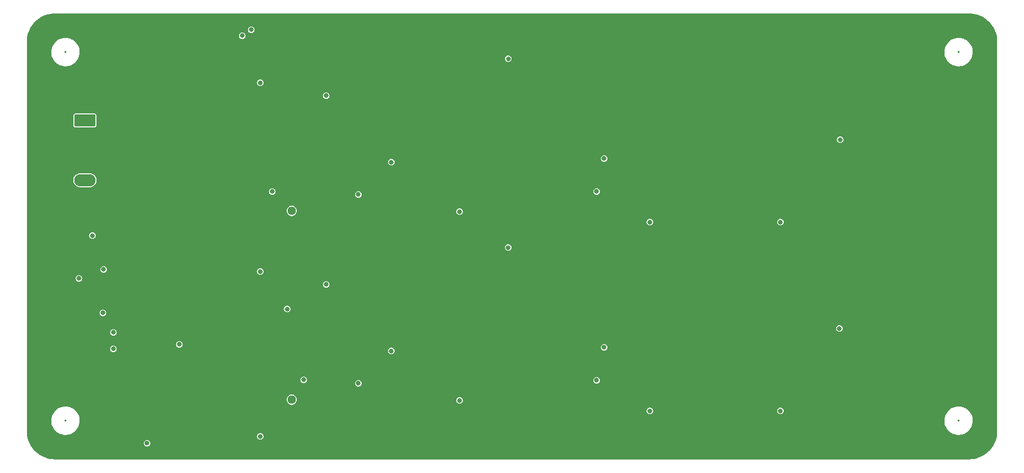
<source format=gbr>
%TF.GenerationSoftware,KiCad,Pcbnew,7.0.10-7.0.10~ubuntu22.04.1*%
%TF.CreationDate,2024-02-23T19:53:56-06:00*%
%TF.ProjectId,aom_driver,616f6d5f-6472-4697-9665-722e6b696361,v1*%
%TF.SameCoordinates,Original*%
%TF.FileFunction,Copper,L2,Inr*%
%TF.FilePolarity,Positive*%
%FSLAX46Y46*%
G04 Gerber Fmt 4.6, Leading zero omitted, Abs format (unit mm)*
G04 Created by KiCad (PCBNEW 7.0.10-7.0.10~ubuntu22.04.1) date 2024-02-23 19:53:56*
%MOMM*%
%LPD*%
G01*
G04 APERTURE LIST*
G04 Aperture macros list*
%AMRoundRect*
0 Rectangle with rounded corners*
0 $1 Rounding radius*
0 $2 $3 $4 $5 $6 $7 $8 $9 X,Y pos of 4 corners*
0 Add a 4 corners polygon primitive as box body*
4,1,4,$2,$3,$4,$5,$6,$7,$8,$9,$2,$3,0*
0 Add four circle primitives for the rounded corners*
1,1,$1+$1,$2,$3*
1,1,$1+$1,$4,$5*
1,1,$1+$1,$6,$7*
1,1,$1+$1,$8,$9*
0 Add four rect primitives between the rounded corners*
20,1,$1+$1,$2,$3,$4,$5,0*
20,1,$1+$1,$4,$5,$6,$7,0*
20,1,$1+$1,$6,$7,$8,$9,0*
20,1,$1+$1,$8,$9,$2,$3,0*%
G04 Aperture macros list end*
%TA.AperFunction,ComponentPad*%
%ADD10C,1.440000*%
%TD*%
%TA.AperFunction,ComponentPad*%
%ADD11C,1.016000*%
%TD*%
%TA.AperFunction,ComponentPad*%
%ADD12RoundRect,0.249999X-1.550001X0.790001X-1.550001X-0.790001X1.550001X-0.790001X1.550001X0.790001X0*%
%TD*%
%TA.AperFunction,ComponentPad*%
%ADD13O,3.600000X2.080000*%
%TD*%
%TA.AperFunction,ViaPad*%
%ADD14C,0.800000*%
%TD*%
%ADD15C,0.350000*%
G04 APERTURE END LIST*
D10*
%TO.N,Net-(U9-SET)*%
%TO.C,RV1*%
X114045500Y-127380500D03*
%TO.N,GND*%
X111505500Y-127380500D03*
X108965500Y-127380500D03*
%TD*%
D11*
%TO.N,GND*%
%TO.C,X2*%
X196342500Y-83566500D03*
X196342500Y-75946500D03*
X194945500Y-84963500D03*
X194945500Y-82296500D03*
X194945500Y-77216500D03*
X194945500Y-74676500D03*
X194945500Y-72771500D03*
X193802500Y-81026500D03*
X193802500Y-78486500D03*
X193675500Y-83566500D03*
X193675500Y-74168500D03*
X192405500Y-84963500D03*
X192405500Y-72771500D03*
X191135500Y-83566500D03*
X191135500Y-74168500D03*
X190246500Y-78867500D03*
X189865500Y-82423500D03*
X189865500Y-72771500D03*
X188595500Y-74168500D03*
X187325500Y-82423500D03*
X187325500Y-72771500D03*
X186690500Y-79375500D03*
X186690500Y-76835500D03*
X186055500Y-74168500D03*
X185547500Y-83566500D03*
X185547500Y-80645500D03*
X185547500Y-75565500D03*
X184785500Y-84963500D03*
X184785500Y-72771500D03*
X184150500Y-81915500D03*
X184150500Y-74295500D03*
%TD*%
%TO.N,GND*%
%TO.C,X1*%
X196342000Y-115570000D03*
X196342000Y-107950000D03*
X194945000Y-116967000D03*
X194945000Y-114300000D03*
X194945000Y-109220000D03*
X194945000Y-106680000D03*
X194945000Y-104775000D03*
X193802000Y-113030000D03*
X193802000Y-110490000D03*
X193675000Y-115570000D03*
X193675000Y-106172000D03*
X192405000Y-116967000D03*
X192405000Y-104775000D03*
X191135000Y-115570000D03*
X191135000Y-106172000D03*
X190246000Y-110871000D03*
X189865000Y-114427000D03*
X189865000Y-104775000D03*
X188595000Y-106172000D03*
X187325000Y-114427000D03*
X187325000Y-104775000D03*
X186690000Y-111379000D03*
X186690000Y-108839000D03*
X186055000Y-106172000D03*
X185547000Y-115570000D03*
X185547000Y-112649000D03*
X185547000Y-107569000D03*
X184785000Y-116967000D03*
X184785000Y-104775000D03*
X184150000Y-113919000D03*
X184150000Y-106299000D03*
%TD*%
D10*
%TO.N,Net-(U10-SET)*%
%TO.C,RV2*%
X114046000Y-95377000D03*
%TO.N,GND*%
X111506000Y-95377000D03*
X108966000Y-95377000D03*
%TD*%
D11*
%TO.N,GND*%
%TO.C,FL2*%
X135636500Y-80899500D03*
X135636500Y-72009500D03*
X132461500Y-77724500D03*
X132461500Y-75184500D03*
X129921500Y-77724500D03*
X129921500Y-75184500D03*
X126746500Y-80899500D03*
X126746500Y-72009500D03*
%TD*%
%TO.N,GND*%
%TO.C,FL1*%
X135636000Y-112903000D03*
X135636000Y-104013000D03*
X132461000Y-109728000D03*
X132461000Y-107188000D03*
X129921000Y-109728000D03*
X129921000Y-107188000D03*
X126746000Y-112903000D03*
X126746000Y-104013000D03*
%TD*%
D12*
%TO.N,VDD*%
%TO.C,J3*%
X78994500Y-80010500D03*
D13*
%TO.N,GND*%
X78994500Y-85090500D03*
%TO.N,VEE*%
X78994500Y-90170500D03*
%TD*%
D14*
%TO.N,VDD*%
X196889500Y-97282000D03*
X107188500Y-64643500D03*
X174752000Y-97282500D03*
X174751500Y-129286000D03*
X142493500Y-127507500D03*
X142494000Y-95504000D03*
X125348500Y-124586500D03*
X125349000Y-92583000D03*
X196889000Y-129285500D03*
X207010000Y-83312000D03*
X206883000Y-115315500D03*
X80264500Y-99568000D03*
%TO.N,GND*%
X98806500Y-91313500D03*
X171958000Y-130937000D03*
X98806500Y-77597500D03*
X195326000Y-86614000D03*
X201676000Y-131699000D03*
X101854500Y-101981500D03*
X213868500Y-131699500D03*
X157607500Y-73025500D03*
X141859500Y-83312500D03*
X172720500Y-99695500D03*
X100330500Y-95885500D03*
X214630500Y-71501500D03*
X120142000Y-132461000D03*
X140716500Y-67691500D03*
X213106500Y-118745500D03*
X100330500Y-82169500D03*
X107950500Y-100457500D03*
X141859000Y-115316000D03*
X157607500Y-80645500D03*
X101092500Y-105791500D03*
X120142500Y-68453500D03*
X184785000Y-102870000D03*
X147574000Y-130937000D03*
X141478500Y-68453500D03*
X108712500Y-99695500D03*
X177292000Y-131699000D03*
X91948500Y-121031500D03*
X162814000Y-130937000D03*
X162052500Y-99695500D03*
X102616500Y-93599500D03*
X187960500Y-67691500D03*
X139192500Y-67691500D03*
X207010500Y-68453500D03*
X155194000Y-130937000D03*
X191770500Y-100457500D03*
X135382500Y-66929500D03*
X139192500Y-99695500D03*
X103378500Y-89789500D03*
X101854500Y-82169500D03*
X99568500Y-98171500D03*
X152908000Y-131699000D03*
X184912500Y-99695500D03*
X107950500Y-68453500D03*
X133096500Y-99695500D03*
X197866000Y-130937000D03*
X112522500Y-66929500D03*
X149860500Y-99695500D03*
X191008000Y-131699000D03*
X213868500Y-127127500D03*
X101854500Y-88265500D03*
X145669000Y-101600000D03*
X126238500Y-98933500D03*
X138430500Y-66929500D03*
X141859000Y-112903000D03*
X139572500Y-129412500D03*
X101854500Y-114173500D03*
X182499000Y-102870000D03*
X156718500Y-100457500D03*
X98044500Y-101219500D03*
X214630500Y-68453500D03*
X213106500Y-86741500D03*
X214630500Y-114173500D03*
X181102500Y-66929500D03*
X99568500Y-108839500D03*
X102616500Y-105791500D03*
X197866500Y-66929500D03*
X97282500Y-101981500D03*
X106426000Y-132461000D03*
X182626000Y-132461000D03*
X102616500Y-116459500D03*
X100330500Y-111125500D03*
X109474000Y-130937000D03*
X126238500Y-68453500D03*
X194563000Y-121030000D03*
X92710500Y-121793500D03*
X214630500Y-132461500D03*
X95758500Y-114173500D03*
X115697000Y-110490000D03*
X129286000Y-132461000D03*
X213106500Y-66929500D03*
X170434500Y-66929500D03*
X212344500Y-131699500D03*
X168148500Y-99695500D03*
X123190500Y-98933500D03*
X101854500Y-100457500D03*
X213106500Y-80645500D03*
X144526500Y-100457500D03*
X179578500Y-100457500D03*
X177292500Y-67691500D03*
X182499500Y-75565500D03*
X103378500Y-92837500D03*
X98044500Y-114935500D03*
X168910000Y-130937000D03*
X97282500Y-121793500D03*
X213868500Y-96647500D03*
X106426500Y-100457500D03*
X97282500Y-117221500D03*
X118618500Y-66929500D03*
X194945500Y-70866500D03*
X187198000Y-132461000D03*
X91186500Y-121793500D03*
X121666500Y-66929500D03*
X98044500Y-116459500D03*
X101854500Y-103505500D03*
X205486000Y-132461000D03*
X111760000Y-131699000D03*
X203962000Y-130937000D03*
X183641500Y-125983500D03*
X101854500Y-89789500D03*
X184150000Y-130937000D03*
X161290500Y-100457500D03*
X115570000Y-132461000D03*
X100330500Y-97409500D03*
X213868500Y-108839500D03*
X198247500Y-77216500D03*
X209296500Y-67691500D03*
X210058500Y-98933500D03*
X214630500Y-85217500D03*
X154432000Y-131699000D03*
X101854500Y-105029500D03*
X152146000Y-132461000D03*
X109474500Y-100457500D03*
X153670500Y-66929500D03*
X99568500Y-96647500D03*
X103378500Y-121793500D03*
X98806500Y-88265500D03*
X149098500Y-98933500D03*
X136906500Y-68453500D03*
X203962500Y-98933500D03*
X89662500Y-114173500D03*
X179578500Y-66929500D03*
X124769500Y-115317500D03*
X114046500Y-98933500D03*
X178054500Y-68453500D03*
X198247000Y-106680000D03*
X96520500Y-104267500D03*
X110998000Y-132461000D03*
X155956000Y-131699000D03*
X164338500Y-68453500D03*
X120904500Y-99695500D03*
X210058500Y-100457500D03*
X213106500Y-68453500D03*
X130810500Y-98933500D03*
X158242500Y-66929500D03*
X196342000Y-132461000D03*
X104140500Y-67691500D03*
X189015500Y-127762000D03*
X149098500Y-66929500D03*
X183642000Y-93980000D03*
X103378500Y-100457500D03*
X128524000Y-131699000D03*
X143764500Y-67691500D03*
X176530500Y-68453500D03*
X161290000Y-132461000D03*
X102616500Y-87503500D03*
X106426500Y-66929500D03*
X174244500Y-67691500D03*
X213868500Y-102743500D03*
X137470000Y-121160000D03*
X214630500Y-115697500D03*
X207772000Y-131699000D03*
X213106500Y-77597500D03*
X131572500Y-67691500D03*
X89662500Y-120269500D03*
X152908500Y-67691500D03*
X168148000Y-131699000D03*
X99568500Y-79883500D03*
X127437500Y-82425500D03*
X118166000Y-89029000D03*
X191770500Y-98933500D03*
X92710500Y-114173500D03*
X181102000Y-130937000D03*
X210058500Y-68453500D03*
X141478500Y-100457500D03*
X115697500Y-78486500D03*
X213106500Y-127889500D03*
X97282500Y-120269500D03*
X99568500Y-89027500D03*
X101854500Y-80645500D03*
X102616500Y-131699500D03*
X185674500Y-98933500D03*
X187960500Y-99695500D03*
X126238000Y-132461000D03*
X168910500Y-98933500D03*
X214630500Y-77597500D03*
X186309000Y-118872000D03*
X98806500Y-89789500D03*
X123190500Y-100457500D03*
X155447500Y-120903500D03*
X118618500Y-98933500D03*
X197104500Y-70866500D03*
X186309500Y-86868500D03*
X136906000Y-132461000D03*
X213106500Y-123317500D03*
X161290500Y-66929500D03*
X178054500Y-66929500D03*
X167004500Y-126491500D03*
X127762500Y-98933500D03*
X127000500Y-99695500D03*
X145288500Y-99695500D03*
X117856000Y-131699000D03*
X214630500Y-86741500D03*
X108712500Y-67691500D03*
X99568500Y-110363500D03*
X103378500Y-83693500D03*
X100330500Y-92837500D03*
X95758500Y-109601500D03*
X205486500Y-68453500D03*
X95758500Y-118745500D03*
X137470000Y-110365000D03*
X213106500Y-98933500D03*
X159766500Y-66929500D03*
X90043500Y-118237500D03*
X164338500Y-66929500D03*
X95758500Y-120269500D03*
X175189500Y-90172500D03*
X175768500Y-67691500D03*
X144018000Y-93345000D03*
X124714000Y-132461000D03*
X147574500Y-100457500D03*
X182626500Y-68453500D03*
X117094500Y-98933500D03*
X102616500Y-111887500D03*
X213106500Y-69977500D03*
X171958000Y-132461000D03*
X133858500Y-100457500D03*
X207772500Y-67691500D03*
X103378500Y-97409500D03*
X213106500Y-100457500D03*
X175006500Y-100457500D03*
X192405500Y-70866500D03*
X214630500Y-95885500D03*
X99568500Y-116459500D03*
X102616500Y-92075500D03*
X210820000Y-131699000D03*
X195580500Y-99695500D03*
X213868500Y-92075500D03*
X139954500Y-100457500D03*
X213106500Y-115697500D03*
X101854500Y-77597500D03*
X137668000Y-131699000D03*
X92710500Y-120269500D03*
X175006000Y-132461000D03*
X208534500Y-100457500D03*
X165862500Y-98933500D03*
X131247500Y-70487500D03*
X127762500Y-100457500D03*
X104140500Y-131699500D03*
X100330500Y-89789500D03*
X134620500Y-99695500D03*
X104902500Y-66929500D03*
X86106000Y-109363000D03*
X103378500Y-115697500D03*
X114046500Y-66929500D03*
X187198500Y-68453500D03*
X155194500Y-68453500D03*
X101854500Y-112649500D03*
X184150000Y-132461000D03*
X103378500Y-101981500D03*
X159004500Y-67691500D03*
X162814500Y-98933500D03*
X197866500Y-68453500D03*
X122428500Y-67691500D03*
X110236000Y-131699000D03*
X113284000Y-131699000D03*
X123190000Y-132461000D03*
X100330500Y-100457500D03*
X213106500Y-79121500D03*
X167386500Y-68453500D03*
X166624500Y-99695500D03*
X99568500Y-121031500D03*
X191770000Y-132461000D03*
X160528500Y-99695500D03*
X94996000Y-111887000D03*
X197866000Y-132461000D03*
X124714500Y-66929500D03*
X88392000Y-129667000D03*
X98806500Y-105029500D03*
X159004500Y-99695500D03*
X213868500Y-111887500D03*
X196342500Y-68453500D03*
X213868500Y-93599500D03*
X213106500Y-114173500D03*
X103378500Y-105029500D03*
X206248500Y-99695500D03*
X139573000Y-97409000D03*
X98806500Y-83693500D03*
X213868500Y-95123500D03*
X117094500Y-100457500D03*
X91948500Y-114935500D03*
X139954500Y-66929500D03*
X107188500Y-99695500D03*
X144526500Y-98933500D03*
X81407500Y-124587500D03*
X170434500Y-100457500D03*
X182372000Y-117348000D03*
X155194500Y-98933500D03*
X207010000Y-117348000D03*
X95758500Y-108077500D03*
X183388500Y-99695500D03*
X186436500Y-99695500D03*
X101854500Y-118745500D03*
X190246000Y-130937000D03*
X101854500Y-97409500D03*
X109474500Y-66929500D03*
X182372500Y-85344500D03*
X116332500Y-67691500D03*
X103378500Y-118745500D03*
X207010000Y-132461000D03*
X202438500Y-98933500D03*
X100330500Y-117221500D03*
X147574500Y-98933500D03*
X111760500Y-99695500D03*
X213106500Y-121793500D03*
X184912500Y-67691500D03*
X103378500Y-88265500D03*
X149098500Y-68453500D03*
X102616500Y-130175500D03*
X90845000Y-99618000D03*
X99568500Y-95123500D03*
X120142500Y-98933500D03*
X126238500Y-100457500D03*
X129286500Y-68453500D03*
X104902500Y-68453500D03*
X115570500Y-100457500D03*
X101854500Y-109601500D03*
X193294500Y-100457500D03*
X146050500Y-98933500D03*
X175006500Y-66929500D03*
X100330500Y-86741500D03*
X140716000Y-131699000D03*
X212344500Y-99695500D03*
X112522000Y-130937000D03*
X142240500Y-99695500D03*
X117094500Y-68453500D03*
X111379000Y-81915000D03*
X187198500Y-66929500D03*
X213106500Y-108077500D03*
X155448000Y-88900000D03*
X103378500Y-123317500D03*
X105664500Y-99695500D03*
X200914500Y-98933500D03*
X93472500Y-113411500D03*
X143002500Y-98933500D03*
X193294500Y-68453500D03*
X205486500Y-98933500D03*
X184150500Y-66929500D03*
X166624500Y-67691500D03*
X101854500Y-106553500D03*
X98806500Y-97409500D03*
X90424500Y-121031500D03*
X207010000Y-85344000D03*
X117094500Y-66929500D03*
X173482500Y-98933500D03*
X98806500Y-85217500D03*
X165100500Y-99695500D03*
X98806500Y-101981500D03*
X213868500Y-114935500D03*
X156718000Y-130937000D03*
X123952500Y-67691500D03*
X103378500Y-117221500D03*
X161290500Y-68453500D03*
X186436500Y-67691500D03*
X214630500Y-109601500D03*
X98806500Y-115697500D03*
X214630500Y-127889500D03*
X211582500Y-68453500D03*
X198247000Y-104648000D03*
X138430500Y-100457500D03*
X192532500Y-67691500D03*
X214630500Y-91313500D03*
X117856500Y-67691500D03*
X203200000Y-131699000D03*
X98806500Y-118745500D03*
X114808500Y-99695500D03*
X96520500Y-113411500D03*
X99568500Y-73787500D03*
X101854500Y-85217500D03*
X182499500Y-73279500D03*
X115570500Y-68453500D03*
X141859500Y-74041500D03*
X141478500Y-66929500D03*
X164338500Y-100457500D03*
X205486500Y-100457500D03*
X210058500Y-66929500D03*
X123190500Y-66929500D03*
X192532500Y-99695500D03*
X185674500Y-100457500D03*
X118618500Y-68453500D03*
X175006500Y-98933500D03*
X159766500Y-98933500D03*
X99568500Y-87503500D03*
X110998000Y-130937000D03*
X180340000Y-131699000D03*
X155194000Y-132461000D03*
X99568500Y-90551500D03*
X125151000Y-110365000D03*
X101854500Y-126365500D03*
X213868500Y-110363500D03*
X213868500Y-81407500D03*
X110998500Y-100457500D03*
X157607000Y-107569000D03*
X141859000Y-106045000D03*
X128524500Y-67691500D03*
X148336500Y-69596500D03*
X100330500Y-103505500D03*
X102616500Y-102743500D03*
X94996500Y-113411500D03*
X213106500Y-129413500D03*
X99568500Y-114935500D03*
X118165500Y-121032500D03*
X96520500Y-107315500D03*
X168910500Y-68453500D03*
X155194500Y-66929500D03*
X99568500Y-101219500D03*
X187198500Y-100457500D03*
X169672500Y-67691500D03*
X137470500Y-89156500D03*
X213868500Y-113411500D03*
X131572500Y-99695500D03*
X156718500Y-98933500D03*
X202438500Y-68453500D03*
X133858500Y-68453500D03*
X181864500Y-99695500D03*
X141859000Y-110617000D03*
X213106500Y-109601500D03*
X98806500Y-114173500D03*
X95758500Y-105029500D03*
X103378500Y-86741500D03*
X132334500Y-68453500D03*
X153670500Y-68453500D03*
X148336500Y-67691500D03*
X195325500Y-118617500D03*
X129286000Y-130937000D03*
X101854500Y-129413500D03*
X167315500Y-76456500D03*
X199390500Y-66929500D03*
X101854500Y-132461500D03*
X213868500Y-116459500D03*
X207772500Y-99695500D03*
X120142000Y-130937000D03*
X106426000Y-130937000D03*
X122428000Y-131699000D03*
X139954000Y-132461000D03*
X154432500Y-99695500D03*
X204724500Y-99695500D03*
X213106500Y-106553500D03*
X139954500Y-68453500D03*
X142240000Y-131699000D03*
X126873000Y-84455000D03*
X141859500Y-80899500D03*
X124714000Y-130937000D03*
X172720500Y-67691500D03*
X184912000Y-131699000D03*
X191770500Y-66929500D03*
X116966500Y-104901500D03*
X101092000Y-107315000D03*
X94234500Y-118745500D03*
X127762000Y-130937000D03*
X99568500Y-84455500D03*
X214630500Y-101981500D03*
X190246000Y-132461000D03*
X103378500Y-112649500D03*
X146050500Y-66929500D03*
X167386000Y-130937000D03*
X119380000Y-131699000D03*
X101854500Y-92837500D03*
X161290500Y-98933500D03*
X212344500Y-67691500D03*
X162814500Y-66929500D03*
X214630500Y-121793500D03*
X213106500Y-126365500D03*
X197866500Y-100457500D03*
X102616500Y-78359500D03*
X145288500Y-67691500D03*
X116840000Y-107188000D03*
X110236500Y-67691500D03*
X102616500Y-82931500D03*
X214630500Y-76073500D03*
X136906500Y-98933500D03*
X182372000Y-113030000D03*
X214630500Y-106553500D03*
X214630500Y-105029500D03*
X103378500Y-132461500D03*
X121666500Y-98933500D03*
X107950500Y-66929500D03*
X183388000Y-131699000D03*
X176530000Y-132461000D03*
X112522500Y-98933500D03*
X143383500Y-85090500D03*
X167315500Y-82806500D03*
X175189000Y-122176000D03*
X102616500Y-76835500D03*
X96520500Y-108839500D03*
X98806500Y-106553500D03*
X164338500Y-98933500D03*
X102616500Y-99695500D03*
X200152500Y-99695500D03*
X200914500Y-100457500D03*
X103378500Y-106553500D03*
X165862000Y-130937000D03*
X170434500Y-68453500D03*
X103378500Y-69977500D03*
X103378500Y-71501500D03*
X103378500Y-73025500D03*
X175768500Y-99695500D03*
X210820500Y-99695500D03*
X157607000Y-115062000D03*
X174244500Y-99695500D03*
X154432500Y-67691500D03*
X123952000Y-131699000D03*
X100330500Y-98933500D03*
X179578000Y-132461000D03*
X202438000Y-130937000D03*
X95758500Y-115697500D03*
X200914500Y-68453500D03*
X183515000Y-118872000D03*
X97282500Y-106553500D03*
X157480500Y-99695500D03*
X148336500Y-99695500D03*
X190246500Y-98933500D03*
X170434000Y-132461000D03*
X102616500Y-124079500D03*
X99568500Y-111887500D03*
X95758500Y-106553500D03*
X193294000Y-130937000D03*
X213868500Y-67691500D03*
X213106500Y-124841500D03*
X140716500Y-99695500D03*
X102616500Y-121031500D03*
X213868500Y-125603500D03*
X91186500Y-114173500D03*
X213106500Y-132461500D03*
X130048500Y-99695500D03*
X203200500Y-67691500D03*
X173482500Y-68453500D03*
X124714500Y-68453500D03*
X136144500Y-67691500D03*
X131247000Y-102491000D03*
X194818000Y-130937000D03*
X214630500Y-129413500D03*
X213106500Y-71501500D03*
X208534500Y-66929500D03*
X165862500Y-66929500D03*
X98806500Y-98933500D03*
X149098500Y-100457500D03*
X209296500Y-99695500D03*
X125024000Y-106428000D03*
X183515500Y-86868500D03*
X95758500Y-112649500D03*
X213868500Y-84455500D03*
X138430000Y-130937000D03*
X189484500Y-67691500D03*
X98806500Y-92837500D03*
X131572000Y-131699000D03*
X135382500Y-68453500D03*
X210241000Y-108206000D03*
X177292500Y-99695500D03*
X120142500Y-100457500D03*
X207010500Y-100457500D03*
X157607500Y-75565500D03*
X182499500Y-70866500D03*
X213106500Y-74549500D03*
X100330500Y-76073500D03*
X213106500Y-95885500D03*
X214630500Y-124841500D03*
X147574500Y-66929500D03*
X181102500Y-98933500D03*
X91186500Y-112649500D03*
X189865000Y-102870000D03*
X103378500Y-120269500D03*
X213106500Y-105029500D03*
X196342000Y-130937000D03*
X165100000Y-131699000D03*
X139954500Y-98933500D03*
X213106500Y-92837500D03*
X101854500Y-120269500D03*
X143383000Y-117094000D03*
X109474000Y-132461000D03*
X177094500Y-75567500D03*
X199390500Y-100457500D03*
X99568500Y-113411500D03*
X130048000Y-131699000D03*
X101854500Y-111125500D03*
X101854500Y-69977500D03*
X188722000Y-132461000D03*
X170434000Y-130937000D03*
X107950500Y-98933500D03*
X95758500Y-103505500D03*
X101854500Y-95885500D03*
X171196500Y-67691500D03*
X106426500Y-98933500D03*
X133096500Y-67691500D03*
X135382000Y-130937000D03*
X199390000Y-132461000D03*
X214630500Y-69977500D03*
X199390000Y-130937000D03*
X182626000Y-130937000D03*
X133096000Y-131699000D03*
X187960000Y-131699000D03*
X201676500Y-67691500D03*
X106426500Y-68453500D03*
X150622500Y-98933500D03*
X163576500Y-99695500D03*
X171196500Y-99695500D03*
X175570000Y-107571000D03*
X137668500Y-67691500D03*
X100330500Y-105029500D03*
X156718000Y-132461000D03*
X102616500Y-84455500D03*
X152146500Y-98933500D03*
X185674500Y-66929500D03*
X98806500Y-95885500D03*
X103378500Y-85217500D03*
X101854500Y-130937500D03*
X201676500Y-99695500D03*
X102616500Y-122555500D03*
X102616500Y-95123500D03*
X114173500Y-77470500D03*
X103378500Y-66929500D03*
X167386500Y-66929500D03*
X99568500Y-82931500D03*
X199390500Y-68453500D03*
X102616500Y-101219500D03*
X103378500Y-77597500D03*
X173482000Y-132461000D03*
X136906000Y-130937000D03*
X122301000Y-80264000D03*
X99568500Y-92075500D03*
X165862500Y-100457500D03*
X114046500Y-100457500D03*
X194818500Y-68453500D03*
X165100500Y-67691500D03*
X103378500Y-109601500D03*
X136906500Y-66929500D03*
X98044500Y-117983500D03*
X125095000Y-80137000D03*
X205486000Y-130937000D03*
X188722500Y-98933500D03*
X213106500Y-88265500D03*
X196342500Y-100457500D03*
X180340500Y-99695500D03*
X100330500Y-121793500D03*
X213106500Y-103505500D03*
X207010000Y-130937000D03*
X98044500Y-121031500D03*
X178816500Y-99695500D03*
X171958500Y-68453500D03*
X142240500Y-67691500D03*
X173482000Y-130937000D03*
X116332000Y-131699000D03*
X99568500Y-117983500D03*
X129286500Y-66929500D03*
X143764000Y-131699000D03*
X214630500Y-120269500D03*
X103378500Y-68453500D03*
X179578500Y-98933500D03*
X192532000Y-131699000D03*
X181864000Y-131699000D03*
X185674500Y-68453500D03*
X94996500Y-121031500D03*
X213868500Y-130175500D03*
X151384500Y-67691500D03*
X213106500Y-91313500D03*
X120142500Y-66929500D03*
X96520500Y-116459500D03*
X189865500Y-70866500D03*
X155194500Y-100457500D03*
X213106500Y-85217500D03*
X213868500Y-90551500D03*
X169672000Y-131699000D03*
X94234500Y-120269500D03*
X157480000Y-131699000D03*
X121666000Y-132461000D03*
X200914000Y-132461000D03*
X207010500Y-66929500D03*
X135311500Y-82552500D03*
X167386500Y-100457500D03*
X213106500Y-82169500D03*
X178054000Y-132461000D03*
X99568500Y-99695500D03*
X202438500Y-66929500D03*
X153670000Y-132461000D03*
X179578000Y-130937000D03*
X138430500Y-98933500D03*
X163576000Y-114935000D03*
X121666500Y-100457500D03*
X136144000Y-131699000D03*
X143002000Y-132461000D03*
X214630500Y-108077500D03*
X162052000Y-131699000D03*
X163575500Y-123824500D03*
X149860000Y-131699000D03*
X110998500Y-66929500D03*
X101854500Y-127889500D03*
X188722500Y-68453500D03*
X133858500Y-66929500D03*
X214630500Y-117221500D03*
X102616500Y-125603500D03*
X95758500Y-117221500D03*
X208534500Y-98933500D03*
X210820500Y-67691500D03*
X214630500Y-103505500D03*
X150622500Y-68453500D03*
X104902500Y-130937500D03*
X100330500Y-73025500D03*
X184150500Y-68453500D03*
X146812500Y-99695500D03*
X99568500Y-78359500D03*
X167315000Y-108460000D03*
X145288000Y-131699000D03*
X213868500Y-98171500D03*
X96520500Y-111887500D03*
X103378500Y-79121500D03*
X156718500Y-66929500D03*
X153289000Y-101600000D03*
X213868500Y-73787500D03*
X177094000Y-107571000D03*
X116840500Y-75184500D03*
X90424500Y-114935500D03*
X97282500Y-105029500D03*
X98044500Y-99695500D03*
X203962500Y-68453500D03*
X214630500Y-112649500D03*
X168910000Y-132461000D03*
X127762500Y-68453500D03*
X102616500Y-67691500D03*
X207010500Y-98933500D03*
X191770500Y-68453500D03*
X103378500Y-108077500D03*
X97282500Y-111125500D03*
X101854500Y-79121500D03*
X203962500Y-66929500D03*
X133858000Y-132461000D03*
X147574000Y-132461000D03*
X102616500Y-73787500D03*
X193294500Y-98933500D03*
X185674000Y-132461000D03*
X175570500Y-75567500D03*
X150622500Y-100457500D03*
X114046500Y-68453500D03*
X157480500Y-67691500D03*
X195580000Y-131699000D03*
X113284500Y-67691500D03*
X127000500Y-67691500D03*
X97282500Y-103505500D03*
X112522500Y-100457500D03*
X101854500Y-86741500D03*
X137216000Y-106428000D03*
X101854500Y-66929500D03*
X204724000Y-131699000D03*
X148336000Y-131699000D03*
X99568500Y-105791500D03*
X213868500Y-104267500D03*
X178816500Y-67691500D03*
X182499000Y-107569000D03*
X107950000Y-132461000D03*
X152583500Y-85092500D03*
X101854500Y-91313500D03*
X132334500Y-98933500D03*
X102616500Y-108839500D03*
X109474500Y-68453500D03*
X183388500Y-67691500D03*
X175768000Y-131699000D03*
X214630500Y-74549500D03*
X192531500Y-118617500D03*
X101854500Y-83693500D03*
X112522500Y-68453500D03*
X213868500Y-69215500D03*
X162814500Y-68453500D03*
X102616500Y-128651500D03*
X159004000Y-131699000D03*
X198247500Y-82550000D03*
X126238000Y-130937000D03*
X197104000Y-102870000D03*
X125983500Y-116331500D03*
X102616500Y-113411500D03*
X166624000Y-131699000D03*
X213868500Y-101219500D03*
X92710500Y-117221500D03*
X99568500Y-93599500D03*
X208534000Y-130937000D03*
X204724500Y-67691500D03*
X182372000Y-115189000D03*
X179578500Y-68453500D03*
X130810500Y-66929500D03*
X213868500Y-107315500D03*
X211582500Y-98933500D03*
X213106500Y-83693500D03*
X98806500Y-109601500D03*
X181864500Y-67691500D03*
X122428500Y-99695500D03*
X167005000Y-94488000D03*
X95758500Y-121793500D03*
X86614500Y-116459500D03*
X180340500Y-67691500D03*
X96520500Y-105791500D03*
X134620500Y-67691500D03*
X101092500Y-119507500D03*
X208534000Y-132461000D03*
X98806500Y-121793500D03*
X103378500Y-91313500D03*
X111378500Y-113918500D03*
X98806500Y-111125500D03*
X129286500Y-98933500D03*
X98044000Y-131826000D03*
X141478000Y-132461000D03*
X119761000Y-106680000D03*
X144526000Y-132461000D03*
X145669500Y-69596500D03*
X184785500Y-70866500D03*
X146050500Y-100457500D03*
X96520500Y-102743500D03*
X191770000Y-130937000D03*
X130048500Y-67691500D03*
X136144500Y-99695500D03*
X213868500Y-85979500D03*
X132334500Y-100457500D03*
X213106500Y-97409500D03*
X213868500Y-70739500D03*
X162814000Y-132461000D03*
X100330500Y-120269500D03*
X130810500Y-68453500D03*
X203708000Y-77470000D03*
X149098000Y-132461000D03*
X194818500Y-100457500D03*
X144526500Y-66929500D03*
X144017500Y-125348500D03*
X153670500Y-100457500D03*
X146812500Y-67691500D03*
X95758500Y-101981500D03*
X184150500Y-100457500D03*
X103378500Y-114173500D03*
X101854500Y-68453500D03*
X196342500Y-66929500D03*
X152146500Y-100457500D03*
X100330500Y-83693500D03*
X104902500Y-132461500D03*
X165862500Y-68453500D03*
X214630500Y-82169500D03*
X213868500Y-76835500D03*
X116840000Y-108458000D03*
X187325000Y-102870000D03*
X103378500Y-127889500D03*
X165862000Y-132461000D03*
X91186000Y-91313000D03*
X101854500Y-124841500D03*
X153289500Y-69596500D03*
X123190500Y-68453500D03*
X103378500Y-74549500D03*
X203962000Y-132461000D03*
X213106500Y-117221500D03*
X143002000Y-130937000D03*
X118618000Y-132461000D03*
X121666500Y-68453500D03*
X133858500Y-98933500D03*
X194056500Y-99695500D03*
X214630500Y-88265500D03*
X159766000Y-132461000D03*
X125222000Y-73533000D03*
X188722500Y-100457500D03*
X101854500Y-71501500D03*
X98806500Y-112649500D03*
X161290000Y-130937000D03*
X114808500Y-67691500D03*
X164338000Y-130937000D03*
X198247000Y-114553500D03*
X213106500Y-89789500D03*
X175006500Y-68453500D03*
X96520500Y-110363500D03*
X213868500Y-119507500D03*
X102616500Y-72263500D03*
X162052500Y-67691500D03*
X89154000Y-77724000D03*
X213106500Y-120269500D03*
X181102500Y-100457500D03*
X164338000Y-132461000D03*
X102616500Y-90551500D03*
X139192000Y-131699000D03*
X213106500Y-112649500D03*
X198247500Y-74676500D03*
X145979500Y-85092500D03*
X200914500Y-66929500D03*
X213868500Y-105791500D03*
X195580500Y-67691500D03*
X141478000Y-130937000D03*
X137470500Y-78361500D03*
X197104500Y-67691500D03*
X130810500Y-100457500D03*
X210241500Y-76202500D03*
X96520500Y-117983500D03*
X163576000Y-91821000D03*
X211582500Y-100457500D03*
X128524500Y-99695500D03*
X170434500Y-98933500D03*
X99568500Y-81407500D03*
X127762500Y-66929500D03*
X152908500Y-99695500D03*
X103378500Y-111125500D03*
X144526500Y-68453500D03*
X102616500Y-117983500D03*
X144526000Y-130937000D03*
X139954000Y-130937000D03*
X196342500Y-98933500D03*
X102616500Y-85979500D03*
X199390500Y-98933500D03*
X90043500Y-116967500D03*
X146050000Y-132461000D03*
X214630500Y-100457500D03*
X115570500Y-98933500D03*
X98806500Y-94361500D03*
X213868500Y-89027500D03*
X214630500Y-94361500D03*
X143002500Y-68453500D03*
X98806500Y-76073500D03*
X110998500Y-98933500D03*
X102616500Y-96647500D03*
X211582000Y-130937000D03*
X194818500Y-66929500D03*
X126238500Y-66929500D03*
X86614500Y-118110500D03*
X102616500Y-69215500D03*
X149098000Y-130937000D03*
X187198000Y-130937000D03*
X213868500Y-82931500D03*
X189016000Y-95758500D03*
X213868500Y-87503500D03*
X154940000Y-117094000D03*
X102616500Y-104267500D03*
X119380500Y-67691500D03*
X96520500Y-101219500D03*
X214630500Y-118745500D03*
X213868500Y-117983500D03*
X129286500Y-100457500D03*
X100330500Y-91313500D03*
X103378500Y-124841500D03*
X130810000Y-130937000D03*
X103378500Y-130937500D03*
X110236500Y-99695500D03*
X102616500Y-81407500D03*
X175006000Y-130937000D03*
X132334000Y-130937000D03*
X213868500Y-75311500D03*
X198247500Y-72644500D03*
X92710500Y-112649500D03*
X94234500Y-121793500D03*
X138430000Y-132461000D03*
X188722000Y-130937000D03*
X176530000Y-130937000D03*
X152146500Y-66929500D03*
X171958500Y-98933500D03*
X214630500Y-98933500D03*
X152146500Y-68453500D03*
X192532000Y-86614000D03*
X91948500Y-113411500D03*
X178054500Y-98933500D03*
X214630500Y-89789500D03*
X103378500Y-129413500D03*
X97282500Y-109601500D03*
X127762000Y-132461000D03*
X214630500Y-66929500D03*
X101092500Y-73787500D03*
X213106500Y-76073500D03*
X197104500Y-99695500D03*
X119380500Y-99695500D03*
X162814500Y-100457500D03*
X135311000Y-114556000D03*
X98806500Y-82169500D03*
X112014000Y-70866000D03*
X109474500Y-98933500D03*
X178054000Y-130937000D03*
X194056000Y-131699000D03*
X193294000Y-132461000D03*
X182626500Y-100457500D03*
X101854500Y-123317500D03*
X184150500Y-98933500D03*
X151384000Y-131699000D03*
X102616500Y-127127500D03*
X160528500Y-67691500D03*
X104902500Y-98933500D03*
X90424500Y-113411500D03*
X118491000Y-73406000D03*
X203707500Y-109473500D03*
X193294500Y-66929500D03*
X91186500Y-120269500D03*
X176530500Y-100457500D03*
X103378500Y-80645500D03*
X100330500Y-114173500D03*
X191008500Y-99695500D03*
X138430500Y-68453500D03*
X114173000Y-109474000D03*
X209296000Y-131699000D03*
X100330500Y-112649500D03*
X97282500Y-100457500D03*
X98806500Y-74549500D03*
X214630500Y-97409500D03*
X103378500Y-98933500D03*
X156718500Y-68453500D03*
X167315000Y-114810000D03*
X101092500Y-104267500D03*
X134620000Y-131699000D03*
X101854500Y-117221500D03*
X214630500Y-92837500D03*
X206248000Y-131699000D03*
X159766500Y-68453500D03*
X182626500Y-66929500D03*
X198628500Y-67691500D03*
X211582000Y-132461000D03*
X103378500Y-76073500D03*
X114046000Y-132461000D03*
X146812000Y-131699000D03*
X121285000Y-106553000D03*
X145979000Y-117096000D03*
X200152500Y-67691500D03*
X94234500Y-115697500D03*
X152146000Y-130937000D03*
X116332500Y-99695500D03*
X121666000Y-130937000D03*
X102616500Y-110363500D03*
X132334000Y-132461000D03*
X102616500Y-98171500D03*
X100330500Y-74549500D03*
X124714500Y-100457500D03*
X98044500Y-102743500D03*
X213868500Y-128651500D03*
X125476500Y-99695500D03*
X198628500Y-99695500D03*
X100330500Y-80645500D03*
X101092500Y-75311500D03*
X97282500Y-108077500D03*
X168910500Y-66929500D03*
X98806500Y-86741500D03*
X172720000Y-131699000D03*
X213868500Y-78359500D03*
X213868500Y-122555500D03*
X190246500Y-100457500D03*
X176530500Y-66929500D03*
X99568500Y-104267500D03*
X117094000Y-132461000D03*
X152583000Y-117096000D03*
X118618500Y-100457500D03*
X123952500Y-99695500D03*
X214630500Y-130937500D03*
X101092500Y-121031500D03*
X176530500Y-98933500D03*
X94234500Y-117221500D03*
X182372500Y-83185500D03*
X189484000Y-131699000D03*
X154940500Y-85090500D03*
X120904500Y-67691500D03*
X214630500Y-83693500D03*
X191008500Y-67691500D03*
X171196000Y-131699000D03*
X89662500Y-112649500D03*
X205486500Y-66929500D03*
X163576000Y-131699000D03*
X94234500Y-114173500D03*
X98806500Y-108077500D03*
X178054500Y-100457500D03*
X158242000Y-132461000D03*
X149860500Y-67691500D03*
X124714500Y-98933500D03*
X99568500Y-75311500D03*
X167386500Y-98933500D03*
X160528000Y-131699000D03*
X97282500Y-115697500D03*
X203962500Y-100457500D03*
X137216500Y-74424500D03*
X158242000Y-130937000D03*
X99568500Y-107315500D03*
X112013500Y-102869500D03*
X102616500Y-70739500D03*
X158242500Y-100457500D03*
X200914000Y-130937000D03*
X210058000Y-130937000D03*
X103378500Y-103505500D03*
X127000000Y-131699000D03*
X103378500Y-82169500D03*
X202438500Y-100457500D03*
X100330500Y-79121500D03*
X194818500Y-98933500D03*
X192405000Y-102870000D03*
X103378500Y-95885500D03*
X190246500Y-66929500D03*
X173482500Y-100457500D03*
X101092500Y-102743500D03*
X182499000Y-105283000D03*
X198247500Y-84582500D03*
X102616500Y-79883500D03*
X151384500Y-99695500D03*
X174244000Y-131699000D03*
X213106500Y-111125500D03*
X167386000Y-132461000D03*
X123317000Y-81788000D03*
X187198500Y-98933500D03*
X100330500Y-109601500D03*
X150622500Y-66929500D03*
X103378500Y-94361500D03*
X158242500Y-68453500D03*
X98806500Y-120269500D03*
X163576500Y-82931500D03*
X188722500Y-66929500D03*
X213868500Y-99695500D03*
X133858000Y-130937000D03*
X213868500Y-72263500D03*
X115570500Y-66929500D03*
X101854500Y-74549500D03*
X194056500Y-67691500D03*
X100330500Y-88265500D03*
X148336000Y-101600000D03*
X113284500Y-99695500D03*
X214630500Y-123317500D03*
X104140500Y-99695500D03*
X94996500Y-116459500D03*
X125476500Y-67691500D03*
X141859500Y-78613500D03*
X101854500Y-94361500D03*
X118618000Y-130937000D03*
X143002500Y-100457500D03*
X93472500Y-116459500D03*
X98806500Y-79121500D03*
X137668500Y-99695500D03*
X102616500Y-114935500D03*
X150622000Y-132461000D03*
X213106500Y-130937500D03*
X214630500Y-80645500D03*
X93472500Y-121031500D03*
X100330500Y-77597500D03*
X187325500Y-70866500D03*
X95758500Y-111125500D03*
X141478500Y-98933500D03*
X116840500Y-76454500D03*
X157607000Y-112649000D03*
X159766500Y-100457500D03*
X213868500Y-124079500D03*
X214630500Y-79121500D03*
X146050500Y-68453500D03*
X98806500Y-100457500D03*
X194563500Y-89026500D03*
X147574500Y-68453500D03*
X181102000Y-132461000D03*
X171958500Y-100457500D03*
X182626500Y-98933500D03*
X214630500Y-73025500D03*
X102616500Y-119507500D03*
X104902500Y-100457500D03*
X186436000Y-131699000D03*
X178816000Y-131699000D03*
X198247000Y-109220000D03*
X103378500Y-126365500D03*
X112522000Y-132461000D03*
X197104000Y-131699000D03*
X127437000Y-114429000D03*
X153670000Y-130937000D03*
X97282500Y-118745500D03*
X123190000Y-130937000D03*
X146050000Y-130937000D03*
X208534500Y-68453500D03*
X132334500Y-66929500D03*
X97282500Y-112649500D03*
X114808000Y-131699000D03*
X182372500Y-81026500D03*
X110998500Y-68453500D03*
X125476000Y-131699000D03*
X213868500Y-121031500D03*
X100330500Y-94361500D03*
X203200500Y-99695500D03*
X100330500Y-115697500D03*
X114046000Y-130937000D03*
X169672500Y-99695500D03*
X117094000Y-130937000D03*
X159766000Y-130937000D03*
X143764500Y-99695500D03*
X171958500Y-66929500D03*
X198628000Y-131699000D03*
X157607500Y-83058500D03*
X185674000Y-130937000D03*
X99568500Y-85979500D03*
X173482500Y-66929500D03*
X190246500Y-68453500D03*
X98806500Y-80645500D03*
X181102500Y-68453500D03*
X213106500Y-73025500D03*
X100330500Y-85217500D03*
X101854500Y-98933500D03*
X135382500Y-98933500D03*
X100330500Y-108077500D03*
X136906500Y-100457500D03*
X163576500Y-67691500D03*
X200152000Y-131699000D03*
X189484500Y-99695500D03*
X115570000Y-130937000D03*
X211582500Y-66929500D03*
X198247000Y-116586000D03*
X101854500Y-73025500D03*
X101854500Y-115697500D03*
X213106500Y-94361500D03*
X213868500Y-79883500D03*
X158242500Y-98933500D03*
X155956500Y-99695500D03*
X194945000Y-102870000D03*
X143002500Y-66929500D03*
X168910500Y-100457500D03*
X155956500Y-67691500D03*
X89662500Y-121793500D03*
X117856500Y-99695500D03*
X214630500Y-126365500D03*
X100330500Y-106553500D03*
X130810000Y-132461000D03*
X107950000Y-130937000D03*
X213106500Y-101981500D03*
X150622000Y-130937000D03*
X99568500Y-76835500D03*
X153670500Y-98933500D03*
X101854500Y-121793500D03*
X194818000Y-132461000D03*
X210058000Y-132461000D03*
X135382500Y-100457500D03*
X98806500Y-117221500D03*
X120904000Y-131699000D03*
X168148500Y-67691500D03*
X197866500Y-98933500D03*
X214630500Y-111125500D03*
X157607000Y-105029000D03*
X94234500Y-112649500D03*
X202438000Y-132461000D03*
X102616500Y-89027500D03*
X135382000Y-132461000D03*
X96520500Y-121031500D03*
X206248500Y-67691500D03*
%TO.N,VEE*%
X105664500Y-65659500D03*
X110744000Y-92075000D03*
X89535000Y-134747000D03*
X116078000Y-123996400D03*
%TO.N,/+5V_SW*%
X83820500Y-115951500D03*
X83820500Y-118745500D03*
%TO.N,Net-(J2-In)*%
X108712000Y-133604000D03*
X77978500Y-106807500D03*
X113284000Y-112014000D03*
X82042500Y-112649500D03*
X119888000Y-107823000D03*
X82169000Y-105283500D03*
X119888500Y-75819500D03*
X94996500Y-117983500D03*
%TO.N,/+5V_CH2*%
X130937000Y-87122000D03*
X108712000Y-73660000D03*
%TO.N,/+5V_CH1*%
X130936500Y-119125500D03*
X108711500Y-105663500D03*
%TO.N,/VVA_TUNE_CH2*%
X167005000Y-86487000D03*
X150750500Y-69596500D03*
%TO.N,/VVA_TUNE_CH1*%
X150750000Y-101600000D03*
X167004500Y-118490500D03*
%TO.N,Net-(U9-SET)*%
X165734500Y-124078500D03*
%TO.N,Net-(U10-SET)*%
X165735000Y-92075000D03*
%TD*%
%TA.AperFunction,Conductor*%
%TO.N,GND*%
G36*
X228856149Y-61896072D02*
G01*
X229267779Y-61914043D01*
X229274299Y-61914613D01*
X229681223Y-61968186D01*
X229687649Y-61969320D01*
X230088326Y-62058148D01*
X230094646Y-62059842D01*
X230486054Y-62183253D01*
X230492219Y-62185496D01*
X230623841Y-62240015D01*
X230871382Y-62342550D01*
X230877310Y-62345315D01*
X231241338Y-62534816D01*
X231247019Y-62538096D01*
X231593140Y-62758599D01*
X231598514Y-62762362D01*
X231924101Y-63012195D01*
X231929126Y-63016412D01*
X232099765Y-63172773D01*
X232231702Y-63293670D01*
X232236335Y-63298303D01*
X232513587Y-63600873D01*
X232517804Y-63605898D01*
X232767637Y-63931485D01*
X232771400Y-63936859D01*
X232991903Y-64282980D01*
X232995183Y-64288661D01*
X233184680Y-64652680D01*
X233187453Y-64658626D01*
X233344503Y-65037780D01*
X233346746Y-65043945D01*
X233470157Y-65435353D01*
X233471855Y-65441690D01*
X233560676Y-65842333D01*
X233561816Y-65848793D01*
X233615385Y-66255692D01*
X233615956Y-66262228D01*
X233633928Y-66673850D01*
X233634000Y-66677130D01*
X233634000Y-132713869D01*
X233633928Y-132717149D01*
X233615956Y-133128771D01*
X233615385Y-133135307D01*
X233561816Y-133542206D01*
X233560676Y-133548666D01*
X233471855Y-133949309D01*
X233470157Y-133955646D01*
X233346746Y-134347054D01*
X233344503Y-134353219D01*
X233187453Y-134732373D01*
X233184680Y-134738319D01*
X232995183Y-135102338D01*
X232991903Y-135108019D01*
X232771400Y-135454140D01*
X232767637Y-135459514D01*
X232517804Y-135785101D01*
X232513587Y-135790126D01*
X232236335Y-136092696D01*
X232231696Y-136097335D01*
X231929126Y-136374587D01*
X231924101Y-136378804D01*
X231598514Y-136628637D01*
X231593140Y-136632400D01*
X231247019Y-136852903D01*
X231241338Y-136856183D01*
X230877319Y-137045680D01*
X230871373Y-137048453D01*
X230492219Y-137205503D01*
X230486054Y-137207746D01*
X230094646Y-137331157D01*
X230088309Y-137332855D01*
X229687666Y-137421676D01*
X229681206Y-137422816D01*
X229274307Y-137476385D01*
X229267771Y-137476956D01*
X228856149Y-137494928D01*
X228852869Y-137495000D01*
X73916131Y-137495000D01*
X73912851Y-137494928D01*
X73501228Y-137476956D01*
X73494692Y-137476385D01*
X73087793Y-137422816D01*
X73081333Y-137421676D01*
X72680690Y-137332855D01*
X72674353Y-137331157D01*
X72282945Y-137207746D01*
X72276780Y-137205503D01*
X71897626Y-137048453D01*
X71891680Y-137045680D01*
X71527661Y-136856183D01*
X71521980Y-136852903D01*
X71175859Y-136632400D01*
X71170485Y-136628637D01*
X70844898Y-136378804D01*
X70839873Y-136374587D01*
X70644853Y-136195886D01*
X70537297Y-136097329D01*
X70532670Y-136092702D01*
X70305380Y-135844657D01*
X70255412Y-135790126D01*
X70251195Y-135785101D01*
X70001362Y-135459514D01*
X69997599Y-135454140D01*
X69777096Y-135108019D01*
X69773816Y-135102338D01*
X69733993Y-135025839D01*
X69588839Y-134747000D01*
X88977329Y-134747000D01*
X88996331Y-134891336D01*
X89052043Y-135025836D01*
X89052044Y-135025838D01*
X89052045Y-135025839D01*
X89140666Y-135141333D01*
X89256160Y-135229954D01*
X89256164Y-135229957D01*
X89390664Y-135285669D01*
X89535000Y-135304671D01*
X89679336Y-135285669D01*
X89813836Y-135229957D01*
X89929333Y-135141333D01*
X90017957Y-135025836D01*
X90073669Y-134891336D01*
X90092671Y-134747000D01*
X90073669Y-134602664D01*
X90017957Y-134468165D01*
X89929757Y-134353219D01*
X89929333Y-134352666D01*
X89813839Y-134264045D01*
X89813838Y-134264044D01*
X89813836Y-134264043D01*
X89726891Y-134228029D01*
X89679337Y-134208331D01*
X89535000Y-134189329D01*
X89390662Y-134208331D01*
X89256163Y-134264044D01*
X89256162Y-134264044D01*
X89140666Y-134352666D01*
X89052044Y-134468162D01*
X89052044Y-134468163D01*
X88996331Y-134602662D01*
X88979255Y-134732373D01*
X88977329Y-134747000D01*
X69588839Y-134747000D01*
X69584315Y-134738310D01*
X69581550Y-134732382D01*
X69424496Y-134353219D01*
X69422253Y-134347054D01*
X69298842Y-133955646D01*
X69297148Y-133949326D01*
X69220591Y-133604000D01*
X108154329Y-133604000D01*
X108173331Y-133748336D01*
X108229043Y-133882836D01*
X108229044Y-133882838D01*
X108229045Y-133882839D01*
X108317666Y-133998333D01*
X108433160Y-134086954D01*
X108433164Y-134086957D01*
X108567664Y-134142669D01*
X108712000Y-134161671D01*
X108856336Y-134142669D01*
X108990836Y-134086957D01*
X109106333Y-133998333D01*
X109194957Y-133882836D01*
X109250669Y-133748336D01*
X109269671Y-133604000D01*
X109250669Y-133459664D01*
X109194957Y-133325165D01*
X109194955Y-133325162D01*
X109106333Y-133209666D01*
X108990839Y-133121045D01*
X108990838Y-133121044D01*
X108990836Y-133121043D01*
X108903891Y-133085029D01*
X108856337Y-133065331D01*
X108712000Y-133046329D01*
X108567662Y-133065331D01*
X108433163Y-133121044D01*
X108433162Y-133121044D01*
X108317666Y-133209666D01*
X108229044Y-133325162D01*
X108229044Y-133325163D01*
X108229043Y-133325164D01*
X108229043Y-133325165D01*
X108222070Y-133342000D01*
X108173331Y-133459662D01*
X108173331Y-133459664D01*
X108154329Y-133604000D01*
X69220591Y-133604000D01*
X69208320Y-133548649D01*
X69207186Y-133542223D01*
X69153613Y-133135299D01*
X69153043Y-133128771D01*
X69150273Y-133065331D01*
X69135072Y-132717149D01*
X69135000Y-132713869D01*
X69135000Y-130860282D01*
X73284287Y-130860282D01*
X73294183Y-131168851D01*
X73294185Y-131168870D01*
X73343460Y-131473655D01*
X73431305Y-131769634D01*
X73431307Y-131769641D01*
X73556282Y-132051962D01*
X73716332Y-132315980D01*
X73716338Y-132315988D01*
X73908837Y-132557376D01*
X74130622Y-132772163D01*
X74378051Y-132956824D01*
X74378069Y-132956836D01*
X74647073Y-133108336D01*
X74647075Y-133108336D01*
X74647079Y-133108339D01*
X74801512Y-133170862D01*
X74933260Y-133224201D01*
X74933261Y-133224201D01*
X74933263Y-133224202D01*
X75231913Y-133302518D01*
X75538126Y-133342000D01*
X75538128Y-133342000D01*
X75769592Y-133342000D01*
X75769599Y-133342000D01*
X75809149Y-133339460D01*
X76000604Y-133327169D01*
X76000607Y-133327168D01*
X76000614Y-133327168D01*
X76303668Y-133268149D01*
X76596687Y-133170860D01*
X76874859Y-133036899D01*
X77133617Y-132868466D01*
X77368712Y-132668327D01*
X77576284Y-132439768D01*
X77752924Y-132186541D01*
X77895731Y-131912805D01*
X78002362Y-131623055D01*
X78071065Y-131322048D01*
X78100712Y-131014727D01*
X78095759Y-130860282D01*
X224668287Y-130860282D01*
X224678183Y-131168851D01*
X224678185Y-131168870D01*
X224727460Y-131473655D01*
X224815305Y-131769634D01*
X224815307Y-131769641D01*
X224940282Y-132051962D01*
X225100332Y-132315980D01*
X225100338Y-132315988D01*
X225292837Y-132557376D01*
X225514622Y-132772163D01*
X225762051Y-132956824D01*
X225762069Y-132956836D01*
X226031073Y-133108336D01*
X226031075Y-133108336D01*
X226031079Y-133108339D01*
X226185512Y-133170862D01*
X226317260Y-133224201D01*
X226317261Y-133224201D01*
X226317263Y-133224202D01*
X226615913Y-133302518D01*
X226922126Y-133342000D01*
X226922128Y-133342000D01*
X227153592Y-133342000D01*
X227153599Y-133342000D01*
X227193149Y-133339460D01*
X227384604Y-133327169D01*
X227384607Y-133327168D01*
X227384614Y-133327168D01*
X227687668Y-133268149D01*
X227980687Y-133170860D01*
X228258859Y-133036899D01*
X228517617Y-132868466D01*
X228752712Y-132668327D01*
X228960284Y-132439768D01*
X229136924Y-132186541D01*
X229279731Y-131912805D01*
X229386362Y-131623055D01*
X229455065Y-131322048D01*
X229484712Y-131014727D01*
X229474816Y-130706137D01*
X229425540Y-130401347D01*
X229337693Y-130105360D01*
X229212717Y-129823037D01*
X229052664Y-129559014D01*
X228949648Y-129429836D01*
X228860162Y-129317623D01*
X228638377Y-129102836D01*
X228390948Y-128918175D01*
X228390930Y-128918163D01*
X228121926Y-128766663D01*
X227835739Y-128650798D01*
X227668153Y-128606852D01*
X227537087Y-128572482D01*
X227230874Y-128533000D01*
X226999401Y-128533000D01*
X226999396Y-128533000D01*
X226999370Y-128533001D01*
X226768395Y-128547830D01*
X226768384Y-128547832D01*
X226465336Y-128606850D01*
X226465327Y-128606852D01*
X226172321Y-128704137D01*
X226172310Y-128704141D01*
X225894145Y-128838098D01*
X225894136Y-128838103D01*
X225635385Y-129006531D01*
X225400287Y-129206673D01*
X225192719Y-129435228D01*
X225192714Y-129435234D01*
X225016077Y-129688456D01*
X225016073Y-129688463D01*
X224873271Y-129962189D01*
X224766638Y-130251943D01*
X224697935Y-130552952D01*
X224668287Y-130860282D01*
X78095759Y-130860282D01*
X78090816Y-130706137D01*
X78041540Y-130401347D01*
X77953693Y-130105360D01*
X77828717Y-129823037D01*
X77668664Y-129559014D01*
X77565648Y-129429836D01*
X77476162Y-129317623D01*
X77443509Y-129286000D01*
X174193829Y-129286000D01*
X174212831Y-129430337D01*
X174232529Y-129477891D01*
X174268543Y-129564836D01*
X174268544Y-129564838D01*
X174268545Y-129564839D01*
X174357166Y-129680333D01*
X174472008Y-129768454D01*
X174472664Y-129768957D01*
X174607164Y-129824669D01*
X174751500Y-129843671D01*
X174895836Y-129824669D01*
X175030336Y-129768957D01*
X175145833Y-129680333D01*
X175234457Y-129564836D01*
X175290169Y-129430336D01*
X175309171Y-129286000D01*
X175309105Y-129285500D01*
X196331329Y-129285500D01*
X196350331Y-129429837D01*
X196352564Y-129435228D01*
X196406043Y-129564336D01*
X196406044Y-129564338D01*
X196406045Y-129564339D01*
X196494666Y-129679833D01*
X196610160Y-129768454D01*
X196610164Y-129768457D01*
X196744664Y-129824169D01*
X196889000Y-129843171D01*
X197033336Y-129824169D01*
X197167836Y-129768457D01*
X197283333Y-129679833D01*
X197371957Y-129564336D01*
X197427669Y-129429836D01*
X197446671Y-129285500D01*
X197427669Y-129141164D01*
X197371957Y-129006665D01*
X197371955Y-129006662D01*
X197283333Y-128891166D01*
X197167839Y-128802545D01*
X197167838Y-128802544D01*
X197167836Y-128802543D01*
X197080891Y-128766529D01*
X197033337Y-128746831D01*
X196889000Y-128727829D01*
X196744662Y-128746831D01*
X196610163Y-128802544D01*
X196610162Y-128802544D01*
X196494666Y-128891166D01*
X196406044Y-129006662D01*
X196406044Y-129006663D01*
X196350331Y-129141162D01*
X196331329Y-129285500D01*
X175309105Y-129285500D01*
X175290169Y-129141664D01*
X175234457Y-129007165D01*
X175234455Y-129007162D01*
X175145833Y-128891666D01*
X175030339Y-128803045D01*
X175030338Y-128803044D01*
X175030336Y-128803043D01*
X174942503Y-128766661D01*
X174895837Y-128747331D01*
X174751500Y-128728329D01*
X174607162Y-128747331D01*
X174495738Y-128793485D01*
X174473868Y-128802545D01*
X174472663Y-128803044D01*
X174472662Y-128803044D01*
X174357166Y-128891666D01*
X174268544Y-129007162D01*
X174268544Y-129007163D01*
X174212831Y-129141662D01*
X174193829Y-129286000D01*
X77443509Y-129286000D01*
X77254377Y-129102836D01*
X77006948Y-128918175D01*
X77006930Y-128918163D01*
X76737926Y-128766663D01*
X76451739Y-128650798D01*
X76284153Y-128606852D01*
X76153087Y-128572482D01*
X75846874Y-128533000D01*
X75615401Y-128533000D01*
X75615396Y-128533000D01*
X75615370Y-128533001D01*
X75384395Y-128547830D01*
X75384384Y-128547832D01*
X75081336Y-128606850D01*
X75081327Y-128606852D01*
X74788321Y-128704137D01*
X74788310Y-128704141D01*
X74510145Y-128838098D01*
X74510136Y-128838103D01*
X74251385Y-129006531D01*
X74016287Y-129206673D01*
X73808719Y-129435228D01*
X73808714Y-129435234D01*
X73632077Y-129688456D01*
X73632073Y-129688463D01*
X73489271Y-129962189D01*
X73382638Y-130251943D01*
X73313935Y-130552952D01*
X73284287Y-130860282D01*
X69135000Y-130860282D01*
X69135000Y-127380500D01*
X113167792Y-127380500D01*
X113186972Y-127562987D01*
X113243671Y-127737491D01*
X113243674Y-127737498D01*
X113335416Y-127896400D01*
X113335417Y-127896402D01*
X113458200Y-128032766D01*
X113606642Y-128140615D01*
X113606645Y-128140616D01*
X113606646Y-128140617D01*
X113774273Y-128215250D01*
X113953755Y-128253400D01*
X113953757Y-128253400D01*
X114137243Y-128253400D01*
X114137245Y-128253400D01*
X114316727Y-128215250D01*
X114484354Y-128140617D01*
X114588197Y-128065171D01*
X114632799Y-128032766D01*
X114632801Y-128032764D01*
X114755581Y-127896404D01*
X114847326Y-127737496D01*
X114904028Y-127562986D01*
X114909860Y-127507500D01*
X141935829Y-127507500D01*
X141954831Y-127651836D01*
X142010543Y-127786336D01*
X142010544Y-127786338D01*
X142010545Y-127786339D01*
X142099166Y-127901833D01*
X142214660Y-127990454D01*
X142214664Y-127990457D01*
X142349164Y-128046169D01*
X142493500Y-128065171D01*
X142637836Y-128046169D01*
X142772336Y-127990457D01*
X142887833Y-127901833D01*
X142976457Y-127786336D01*
X143032169Y-127651836D01*
X143051171Y-127507500D01*
X143032169Y-127363164D01*
X142976457Y-127228665D01*
X142952938Y-127198014D01*
X142887833Y-127113166D01*
X142772339Y-127024545D01*
X142772338Y-127024544D01*
X142772336Y-127024543D01*
X142685391Y-126988529D01*
X142637837Y-126968831D01*
X142493500Y-126949829D01*
X142349162Y-126968831D01*
X142237738Y-127014985D01*
X142217174Y-127023504D01*
X142214663Y-127024544D01*
X142214662Y-127024544D01*
X142099166Y-127113166D01*
X142010544Y-127228662D01*
X142010544Y-127228663D01*
X141954831Y-127363162D01*
X141935829Y-127507500D01*
X114909860Y-127507500D01*
X114923208Y-127380500D01*
X114904028Y-127198014D01*
X114885127Y-127139844D01*
X114847328Y-127023508D01*
X114847325Y-127023501D01*
X114755583Y-126864599D01*
X114755582Y-126864597D01*
X114632799Y-126728233D01*
X114484357Y-126620384D01*
X114316728Y-126545750D01*
X114256899Y-126533033D01*
X114137245Y-126507600D01*
X113953755Y-126507600D01*
X113864014Y-126526675D01*
X113774271Y-126545750D01*
X113606642Y-126620384D01*
X113458200Y-126728233D01*
X113335417Y-126864597D01*
X113335416Y-126864599D01*
X113243674Y-127023501D01*
X113243671Y-127023508D01*
X113186972Y-127198012D01*
X113167792Y-127380500D01*
X69135000Y-127380500D01*
X69135000Y-124586500D01*
X124790829Y-124586500D01*
X124809831Y-124730836D01*
X124865543Y-124865336D01*
X124865544Y-124865338D01*
X124865545Y-124865339D01*
X124954166Y-124980833D01*
X125069660Y-125069454D01*
X125069664Y-125069457D01*
X125204164Y-125125169D01*
X125348500Y-125144171D01*
X125492836Y-125125169D01*
X125627336Y-125069457D01*
X125742833Y-124980833D01*
X125831457Y-124865336D01*
X125887169Y-124730836D01*
X125906171Y-124586500D01*
X125887169Y-124442164D01*
X125831457Y-124307665D01*
X125766367Y-124222837D01*
X125742833Y-124192166D01*
X125627339Y-124103545D01*
X125627338Y-124103544D01*
X125627336Y-124103543D01*
X125566877Y-124078500D01*
X165176829Y-124078500D01*
X165195831Y-124222836D01*
X165251543Y-124357336D01*
X165251544Y-124357338D01*
X165251545Y-124357339D01*
X165340166Y-124472833D01*
X165446037Y-124554070D01*
X165455664Y-124561457D01*
X165590164Y-124617169D01*
X165734500Y-124636171D01*
X165878836Y-124617169D01*
X166013336Y-124561457D01*
X166128833Y-124472833D01*
X166217457Y-124357336D01*
X166273169Y-124222836D01*
X166292171Y-124078500D01*
X166273169Y-123934164D01*
X166217457Y-123799665D01*
X166217455Y-123799662D01*
X166128833Y-123684166D01*
X166013339Y-123595545D01*
X166013338Y-123595544D01*
X166013336Y-123595543D01*
X165926391Y-123559529D01*
X165878837Y-123539831D01*
X165734500Y-123520829D01*
X165590162Y-123539831D01*
X165455663Y-123595544D01*
X165455662Y-123595544D01*
X165340166Y-123684166D01*
X165251544Y-123799662D01*
X165251544Y-123799663D01*
X165195831Y-123934162D01*
X165183368Y-124028829D01*
X165176829Y-124078500D01*
X125566877Y-124078500D01*
X125540391Y-124067529D01*
X125492837Y-124047831D01*
X125348500Y-124028829D01*
X125204162Y-124047831D01*
X125069663Y-124103544D01*
X125069662Y-124103544D01*
X124954166Y-124192166D01*
X124865544Y-124307662D01*
X124865544Y-124307663D01*
X124809831Y-124442162D01*
X124809831Y-124442164D01*
X124790829Y-124586500D01*
X69135000Y-124586500D01*
X69135000Y-123996400D01*
X115520329Y-123996400D01*
X115531137Y-124078500D01*
X115539331Y-124140736D01*
X115595043Y-124275236D01*
X115595044Y-124275238D01*
X115595045Y-124275239D01*
X115683666Y-124390733D01*
X115750693Y-124442164D01*
X115799164Y-124479357D01*
X115933664Y-124535069D01*
X116078000Y-124554071D01*
X116222336Y-124535069D01*
X116356836Y-124479357D01*
X116472333Y-124390733D01*
X116560957Y-124275236D01*
X116616669Y-124140736D01*
X116635671Y-123996400D01*
X116616669Y-123852064D01*
X116560957Y-123717565D01*
X116535330Y-123684167D01*
X116472333Y-123602066D01*
X116356839Y-123513445D01*
X116356838Y-123513444D01*
X116356836Y-123513443D01*
X116269891Y-123477429D01*
X116222337Y-123457731D01*
X116078000Y-123438729D01*
X115933662Y-123457731D01*
X115799163Y-123513444D01*
X115799162Y-123513444D01*
X115683666Y-123602066D01*
X115595044Y-123717562D01*
X115595044Y-123717563D01*
X115539331Y-123852062D01*
X115520329Y-123996400D01*
X69135000Y-123996400D01*
X69135000Y-118745500D01*
X83262829Y-118745500D01*
X83281831Y-118889836D01*
X83337543Y-119024336D01*
X83337544Y-119024338D01*
X83337545Y-119024339D01*
X83426166Y-119139833D01*
X83541660Y-119228454D01*
X83541664Y-119228457D01*
X83676164Y-119284169D01*
X83820500Y-119303171D01*
X83964836Y-119284169D01*
X84099336Y-119228457D01*
X84214833Y-119139833D01*
X84225831Y-119125500D01*
X130378829Y-119125500D01*
X130397831Y-119269837D01*
X130403768Y-119284169D01*
X130453543Y-119404336D01*
X130453544Y-119404338D01*
X130453545Y-119404339D01*
X130542166Y-119519833D01*
X130657660Y-119608454D01*
X130657664Y-119608457D01*
X130792164Y-119664169D01*
X130936500Y-119683171D01*
X131080836Y-119664169D01*
X131215336Y-119608457D01*
X131330833Y-119519833D01*
X131419457Y-119404336D01*
X131475169Y-119269836D01*
X131494171Y-119125500D01*
X131475169Y-118981164D01*
X131419457Y-118846665D01*
X131419455Y-118846662D01*
X131330833Y-118731166D01*
X131215339Y-118642545D01*
X131215338Y-118642544D01*
X131215336Y-118642543D01*
X131115434Y-118601162D01*
X131080837Y-118586831D01*
X130936500Y-118567829D01*
X130792162Y-118586831D01*
X130657663Y-118642544D01*
X130657662Y-118642544D01*
X130542166Y-118731166D01*
X130453544Y-118846662D01*
X130453544Y-118846663D01*
X130397831Y-118981162D01*
X130378829Y-119125500D01*
X84225831Y-119125500D01*
X84303457Y-119024336D01*
X84359169Y-118889836D01*
X84378171Y-118745500D01*
X84359169Y-118601164D01*
X84303457Y-118466665D01*
X84303455Y-118466662D01*
X84214833Y-118351166D01*
X84099339Y-118262545D01*
X84099338Y-118262544D01*
X84099336Y-118262543D01*
X84012391Y-118226529D01*
X83964837Y-118206831D01*
X83820500Y-118187829D01*
X83676162Y-118206831D01*
X83564738Y-118252985D01*
X83542158Y-118262339D01*
X83541663Y-118262544D01*
X83541662Y-118262544D01*
X83426166Y-118351166D01*
X83337544Y-118466662D01*
X83337544Y-118466663D01*
X83281831Y-118601162D01*
X83281831Y-118601164D01*
X83262829Y-118745500D01*
X69135000Y-118745500D01*
X69135000Y-117983500D01*
X94438829Y-117983500D01*
X94457831Y-118127836D01*
X94513543Y-118262336D01*
X94513544Y-118262338D01*
X94513545Y-118262339D01*
X94602166Y-118377833D01*
X94717660Y-118466454D01*
X94717664Y-118466457D01*
X94852164Y-118522169D01*
X94996500Y-118541171D01*
X95140836Y-118522169D01*
X95217291Y-118490500D01*
X166446829Y-118490500D01*
X166465831Y-118634837D01*
X166469024Y-118642545D01*
X166521543Y-118769336D01*
X166521544Y-118769338D01*
X166521545Y-118769339D01*
X166610166Y-118884833D01*
X166725660Y-118973454D01*
X166725664Y-118973457D01*
X166860164Y-119029169D01*
X167004500Y-119048171D01*
X167148836Y-119029169D01*
X167283336Y-118973457D01*
X167398833Y-118884833D01*
X167487457Y-118769336D01*
X167543169Y-118634836D01*
X167562171Y-118490500D01*
X167543169Y-118346164D01*
X167487457Y-118211665D01*
X167483748Y-118206831D01*
X167398833Y-118096166D01*
X167283339Y-118007545D01*
X167283338Y-118007544D01*
X167283336Y-118007543D01*
X167196391Y-117971529D01*
X167148837Y-117951831D01*
X167004500Y-117932829D01*
X166860162Y-117951831D01*
X166725663Y-118007544D01*
X166725662Y-118007544D01*
X166610166Y-118096166D01*
X166521544Y-118211662D01*
X166521544Y-118211663D01*
X166465831Y-118346162D01*
X166446829Y-118490500D01*
X95217291Y-118490500D01*
X95275336Y-118466457D01*
X95390833Y-118377833D01*
X95479457Y-118262336D01*
X95535169Y-118127836D01*
X95554171Y-117983500D01*
X95535169Y-117839164D01*
X95479457Y-117704665D01*
X95479455Y-117704662D01*
X95390833Y-117589166D01*
X95275339Y-117500545D01*
X95275338Y-117500544D01*
X95275336Y-117500543D01*
X95188391Y-117464529D01*
X95140837Y-117444831D01*
X94996500Y-117425829D01*
X94852162Y-117444831D01*
X94717663Y-117500544D01*
X94717662Y-117500544D01*
X94602166Y-117589166D01*
X94513544Y-117704662D01*
X94513544Y-117704663D01*
X94457831Y-117839162D01*
X94457831Y-117839164D01*
X94438829Y-117983500D01*
X69135000Y-117983500D01*
X69135000Y-115951500D01*
X83262829Y-115951500D01*
X83281831Y-116095836D01*
X83337543Y-116230336D01*
X83337544Y-116230338D01*
X83337545Y-116230339D01*
X83426166Y-116345833D01*
X83541660Y-116434454D01*
X83541664Y-116434457D01*
X83676164Y-116490169D01*
X83820500Y-116509171D01*
X83964836Y-116490169D01*
X84099336Y-116434457D01*
X84214833Y-116345833D01*
X84303457Y-116230336D01*
X84359169Y-116095836D01*
X84378171Y-115951500D01*
X84359169Y-115807164D01*
X84303457Y-115672665D01*
X84243354Y-115594336D01*
X84214833Y-115557166D01*
X84099339Y-115468545D01*
X84099338Y-115468544D01*
X84099336Y-115468543D01*
X84012391Y-115432529D01*
X83964837Y-115412831D01*
X83820500Y-115393829D01*
X83676162Y-115412831D01*
X83541663Y-115468544D01*
X83541662Y-115468544D01*
X83426166Y-115557166D01*
X83337544Y-115672662D01*
X83337544Y-115672663D01*
X83281831Y-115807162D01*
X83281831Y-115807164D01*
X83262829Y-115951500D01*
X69135000Y-115951500D01*
X69135000Y-115315500D01*
X206325329Y-115315500D01*
X206344331Y-115459837D01*
X206347938Y-115468544D01*
X206400043Y-115594336D01*
X206400044Y-115594338D01*
X206400045Y-115594339D01*
X206488666Y-115709833D01*
X206604160Y-115798454D01*
X206604164Y-115798457D01*
X206738664Y-115854169D01*
X206883000Y-115873171D01*
X207027336Y-115854169D01*
X207161836Y-115798457D01*
X207277333Y-115709833D01*
X207365957Y-115594336D01*
X207421669Y-115459836D01*
X207440671Y-115315500D01*
X207421669Y-115171164D01*
X207365957Y-115036665D01*
X207365955Y-115036662D01*
X207277333Y-114921166D01*
X207161839Y-114832545D01*
X207161838Y-114832544D01*
X207161836Y-114832543D01*
X207074891Y-114796529D01*
X207027337Y-114776831D01*
X206883000Y-114757829D01*
X206738662Y-114776831D01*
X206604163Y-114832544D01*
X206604162Y-114832544D01*
X206488666Y-114921166D01*
X206400044Y-115036662D01*
X206400044Y-115036663D01*
X206344331Y-115171162D01*
X206325329Y-115315500D01*
X69135000Y-115315500D01*
X69135000Y-112649500D01*
X81484829Y-112649500D01*
X81503831Y-112793836D01*
X81559543Y-112928336D01*
X81559544Y-112928338D01*
X81559545Y-112928339D01*
X81648166Y-113043833D01*
X81763660Y-113132454D01*
X81763664Y-113132457D01*
X81898164Y-113188169D01*
X82042500Y-113207171D01*
X82186836Y-113188169D01*
X82321336Y-113132457D01*
X82436833Y-113043833D01*
X82525457Y-112928336D01*
X82581169Y-112793836D01*
X82600171Y-112649500D01*
X82581169Y-112505164D01*
X82525457Y-112370665D01*
X82465740Y-112292839D01*
X82436833Y-112255166D01*
X82321339Y-112166545D01*
X82321338Y-112166544D01*
X82321336Y-112166543D01*
X82234391Y-112130529D01*
X82186837Y-112110831D01*
X82042500Y-112091829D01*
X81898162Y-112110831D01*
X81763663Y-112166544D01*
X81763662Y-112166544D01*
X81648166Y-112255166D01*
X81559544Y-112370662D01*
X81559544Y-112370663D01*
X81503831Y-112505162D01*
X81503831Y-112505164D01*
X81484829Y-112649500D01*
X69135000Y-112649500D01*
X69135000Y-112014000D01*
X112726329Y-112014000D01*
X112745331Y-112158336D01*
X112801043Y-112292836D01*
X112801044Y-112292838D01*
X112801045Y-112292839D01*
X112889666Y-112408333D01*
X113005160Y-112496954D01*
X113005164Y-112496957D01*
X113139664Y-112552669D01*
X113284000Y-112571671D01*
X113428336Y-112552669D01*
X113562836Y-112496957D01*
X113678333Y-112408333D01*
X113766957Y-112292836D01*
X113822669Y-112158336D01*
X113841671Y-112014000D01*
X113822669Y-111869664D01*
X113766957Y-111735165D01*
X113766955Y-111735162D01*
X113678333Y-111619666D01*
X113562839Y-111531045D01*
X113562838Y-111531044D01*
X113562836Y-111531043D01*
X113475891Y-111495029D01*
X113428337Y-111475331D01*
X113284000Y-111456329D01*
X113139662Y-111475331D01*
X113005163Y-111531044D01*
X113005162Y-111531044D01*
X112889666Y-111619666D01*
X112801044Y-111735162D01*
X112801044Y-111735163D01*
X112745331Y-111869662D01*
X112745331Y-111869664D01*
X112726329Y-112014000D01*
X69135000Y-112014000D01*
X69135000Y-107823000D01*
X119330329Y-107823000D01*
X119349331Y-107967336D01*
X119405043Y-108101836D01*
X119405044Y-108101838D01*
X119405045Y-108101839D01*
X119493666Y-108217333D01*
X119609160Y-108305954D01*
X119609164Y-108305957D01*
X119743664Y-108361669D01*
X119888000Y-108380671D01*
X120032336Y-108361669D01*
X120166836Y-108305957D01*
X120282333Y-108217333D01*
X120370957Y-108101836D01*
X120426669Y-107967336D01*
X120445671Y-107823000D01*
X120426669Y-107678664D01*
X120370957Y-107544165D01*
X120370955Y-107544162D01*
X120282333Y-107428666D01*
X120166839Y-107340045D01*
X120166838Y-107340044D01*
X120166836Y-107340043D01*
X120079891Y-107304029D01*
X120032337Y-107284331D01*
X119888000Y-107265329D01*
X119743662Y-107284331D01*
X119609163Y-107340044D01*
X119609162Y-107340044D01*
X119493666Y-107428666D01*
X119405044Y-107544162D01*
X119405044Y-107544163D01*
X119349331Y-107678662D01*
X119349331Y-107678664D01*
X119330329Y-107823000D01*
X69135000Y-107823000D01*
X69135000Y-106807500D01*
X77420829Y-106807500D01*
X77439831Y-106951836D01*
X77495543Y-107086336D01*
X77495544Y-107086338D01*
X77495545Y-107086339D01*
X77584166Y-107201833D01*
X77691680Y-107284331D01*
X77699664Y-107290457D01*
X77834164Y-107346169D01*
X77978500Y-107365171D01*
X78122836Y-107346169D01*
X78257336Y-107290457D01*
X78372833Y-107201833D01*
X78461457Y-107086336D01*
X78517169Y-106951836D01*
X78536171Y-106807500D01*
X78517169Y-106663164D01*
X78461457Y-106528665D01*
X78461455Y-106528662D01*
X78372833Y-106413166D01*
X78257339Y-106324545D01*
X78257338Y-106324544D01*
X78257336Y-106324543D01*
X78170391Y-106288529D01*
X78122837Y-106268831D01*
X77978500Y-106249829D01*
X77834162Y-106268831D01*
X77699663Y-106324544D01*
X77699662Y-106324544D01*
X77584166Y-106413166D01*
X77495544Y-106528662D01*
X77495544Y-106528663D01*
X77439831Y-106663162D01*
X77439831Y-106663164D01*
X77420829Y-106807500D01*
X69135000Y-106807500D01*
X69135000Y-105283500D01*
X81611329Y-105283500D01*
X81630331Y-105427836D01*
X81686043Y-105562336D01*
X81686044Y-105562338D01*
X81686045Y-105562339D01*
X81774666Y-105677833D01*
X81890160Y-105766454D01*
X81890164Y-105766457D01*
X82024664Y-105822169D01*
X82169000Y-105841171D01*
X82313336Y-105822169D01*
X82447836Y-105766457D01*
X82563333Y-105677833D01*
X82574331Y-105663500D01*
X108153829Y-105663500D01*
X108172831Y-105807837D01*
X108178768Y-105822169D01*
X108228543Y-105942336D01*
X108228544Y-105942338D01*
X108228545Y-105942339D01*
X108317166Y-106057833D01*
X108432660Y-106146454D01*
X108432664Y-106146457D01*
X108567164Y-106202169D01*
X108711500Y-106221171D01*
X108855836Y-106202169D01*
X108990336Y-106146457D01*
X109105833Y-106057833D01*
X109194457Y-105942336D01*
X109250169Y-105807836D01*
X109269171Y-105663500D01*
X109250169Y-105519164D01*
X109194457Y-105384665D01*
X109194455Y-105384662D01*
X109105833Y-105269166D01*
X108990339Y-105180545D01*
X108990338Y-105180544D01*
X108990336Y-105180543D01*
X108890434Y-105139162D01*
X108855837Y-105124831D01*
X108711500Y-105105829D01*
X108567162Y-105124831D01*
X108432663Y-105180544D01*
X108432662Y-105180544D01*
X108317166Y-105269166D01*
X108228544Y-105384662D01*
X108228544Y-105384663D01*
X108172831Y-105519162D01*
X108153829Y-105663500D01*
X82574331Y-105663500D01*
X82651957Y-105562336D01*
X82707669Y-105427836D01*
X82726671Y-105283500D01*
X82707669Y-105139164D01*
X82651957Y-105004665D01*
X82651955Y-105004662D01*
X82563333Y-104889166D01*
X82447839Y-104800545D01*
X82447838Y-104800544D01*
X82447836Y-104800543D01*
X82360891Y-104764529D01*
X82313337Y-104744831D01*
X82169000Y-104725829D01*
X82024662Y-104744831D01*
X81890163Y-104800544D01*
X81890162Y-104800544D01*
X81774666Y-104889166D01*
X81686044Y-105004662D01*
X81686044Y-105004663D01*
X81630331Y-105139162D01*
X81630331Y-105139164D01*
X81611329Y-105283500D01*
X69135000Y-105283500D01*
X69135000Y-101600000D01*
X150192329Y-101600000D01*
X150211331Y-101744336D01*
X150267043Y-101878836D01*
X150267044Y-101878838D01*
X150267045Y-101878839D01*
X150355666Y-101994333D01*
X150471160Y-102082954D01*
X150471164Y-102082957D01*
X150605664Y-102138669D01*
X150750000Y-102157671D01*
X150894336Y-102138669D01*
X151028836Y-102082957D01*
X151144333Y-101994333D01*
X151232957Y-101878836D01*
X151288669Y-101744336D01*
X151307671Y-101600000D01*
X151288669Y-101455664D01*
X151232957Y-101321165D01*
X151232955Y-101321162D01*
X151144333Y-101205666D01*
X151028839Y-101117045D01*
X151028838Y-101117044D01*
X151028836Y-101117043D01*
X150941891Y-101081029D01*
X150894337Y-101061331D01*
X150750000Y-101042329D01*
X150605662Y-101061331D01*
X150471163Y-101117044D01*
X150471162Y-101117044D01*
X150355666Y-101205666D01*
X150267044Y-101321162D01*
X150267044Y-101321163D01*
X150211331Y-101455662D01*
X150211331Y-101455664D01*
X150192329Y-101600000D01*
X69135000Y-101600000D01*
X69135000Y-99568000D01*
X79706829Y-99568000D01*
X79725831Y-99712336D01*
X79781543Y-99846836D01*
X79781544Y-99846838D01*
X79781545Y-99846839D01*
X79870166Y-99962333D01*
X79985660Y-100050954D01*
X79985664Y-100050957D01*
X80120164Y-100106669D01*
X80264500Y-100125671D01*
X80408836Y-100106669D01*
X80543336Y-100050957D01*
X80658833Y-99962333D01*
X80747457Y-99846836D01*
X80803169Y-99712336D01*
X80822171Y-99568000D01*
X80803169Y-99423664D01*
X80747457Y-99289165D01*
X80747455Y-99289162D01*
X80658833Y-99173666D01*
X80543339Y-99085045D01*
X80543338Y-99085044D01*
X80543336Y-99085043D01*
X80456391Y-99049029D01*
X80408837Y-99029331D01*
X80264500Y-99010329D01*
X80120162Y-99029331D01*
X79985663Y-99085044D01*
X79985662Y-99085044D01*
X79870166Y-99173666D01*
X79781544Y-99289162D01*
X79781544Y-99289163D01*
X79725831Y-99423662D01*
X79725831Y-99423664D01*
X79706829Y-99568000D01*
X69135000Y-99568000D01*
X69135000Y-97282500D01*
X174194329Y-97282500D01*
X174213331Y-97426836D01*
X174269043Y-97561336D01*
X174269044Y-97561338D01*
X174269045Y-97561339D01*
X174357666Y-97676833D01*
X174472508Y-97764954D01*
X174473164Y-97765457D01*
X174607664Y-97821169D01*
X174752000Y-97840171D01*
X174896336Y-97821169D01*
X175030836Y-97765457D01*
X175146333Y-97676833D01*
X175234957Y-97561336D01*
X175290669Y-97426836D01*
X175309671Y-97282500D01*
X175309605Y-97282000D01*
X196331829Y-97282000D01*
X196350831Y-97426337D01*
X196370529Y-97473891D01*
X196406543Y-97560836D01*
X196406544Y-97560838D01*
X196406545Y-97560839D01*
X196495166Y-97676333D01*
X196610660Y-97764954D01*
X196610664Y-97764957D01*
X196745164Y-97820669D01*
X196889500Y-97839671D01*
X197033836Y-97820669D01*
X197168336Y-97764957D01*
X197283833Y-97676333D01*
X197372457Y-97560836D01*
X197428169Y-97426336D01*
X197447171Y-97282000D01*
X197428169Y-97137664D01*
X197372457Y-97003165D01*
X197284217Y-96888167D01*
X197283833Y-96887666D01*
X197168339Y-96799045D01*
X197168338Y-96799044D01*
X197168336Y-96799043D01*
X197081391Y-96763029D01*
X197033837Y-96743331D01*
X196889500Y-96724329D01*
X196745162Y-96743331D01*
X196610663Y-96799044D01*
X196610662Y-96799044D01*
X196495166Y-96887666D01*
X196406544Y-97003162D01*
X196406544Y-97003163D01*
X196350831Y-97137662D01*
X196331829Y-97282000D01*
X175309605Y-97282000D01*
X175290669Y-97138164D01*
X175234957Y-97003665D01*
X175234955Y-97003662D01*
X175146333Y-96888166D01*
X175030839Y-96799545D01*
X175030838Y-96799544D01*
X175030836Y-96799543D01*
X174943891Y-96763529D01*
X174896337Y-96743831D01*
X174752000Y-96724829D01*
X174607662Y-96743831D01*
X174496238Y-96789985D01*
X174474368Y-96799045D01*
X174473163Y-96799544D01*
X174473162Y-96799544D01*
X174357666Y-96888166D01*
X174269044Y-97003662D01*
X174269044Y-97003663D01*
X174213331Y-97138162D01*
X174213331Y-97138164D01*
X174194329Y-97282500D01*
X69135000Y-97282500D01*
X69135000Y-95377000D01*
X113168292Y-95377000D01*
X113187472Y-95559487D01*
X113244171Y-95733991D01*
X113244174Y-95733998D01*
X113335916Y-95892900D01*
X113335917Y-95892902D01*
X113458700Y-96029266D01*
X113607142Y-96137115D01*
X113607145Y-96137116D01*
X113607146Y-96137117D01*
X113774773Y-96211750D01*
X113954255Y-96249900D01*
X113954257Y-96249900D01*
X114137743Y-96249900D01*
X114137745Y-96249900D01*
X114317227Y-96211750D01*
X114484854Y-96137117D01*
X114588697Y-96061671D01*
X114633299Y-96029266D01*
X114633301Y-96029264D01*
X114756081Y-95892904D01*
X114847826Y-95733996D01*
X114904528Y-95559486D01*
X114910360Y-95504000D01*
X141936329Y-95504000D01*
X141955331Y-95648336D01*
X142011043Y-95782836D01*
X142011044Y-95782838D01*
X142011045Y-95782839D01*
X142099666Y-95898333D01*
X142215160Y-95986954D01*
X142215164Y-95986957D01*
X142349664Y-96042669D01*
X142494000Y-96061671D01*
X142638336Y-96042669D01*
X142772836Y-95986957D01*
X142888333Y-95898333D01*
X142976957Y-95782836D01*
X143032669Y-95648336D01*
X143051671Y-95504000D01*
X143032669Y-95359664D01*
X142976957Y-95225165D01*
X142953438Y-95194514D01*
X142888333Y-95109666D01*
X142772839Y-95021045D01*
X142772838Y-95021044D01*
X142772836Y-95021043D01*
X142685891Y-94985029D01*
X142638337Y-94965331D01*
X142494000Y-94946329D01*
X142349662Y-94965331D01*
X142238238Y-95011485D01*
X142217674Y-95020004D01*
X142215163Y-95021044D01*
X142215162Y-95021044D01*
X142099666Y-95109666D01*
X142011044Y-95225162D01*
X142011044Y-95225163D01*
X141955331Y-95359662D01*
X141936329Y-95504000D01*
X114910360Y-95504000D01*
X114923708Y-95377000D01*
X114904528Y-95194514D01*
X114885627Y-95136344D01*
X114847828Y-95020008D01*
X114847825Y-95020001D01*
X114756083Y-94861099D01*
X114756082Y-94861097D01*
X114633299Y-94724733D01*
X114484857Y-94616884D01*
X114317228Y-94542250D01*
X114257399Y-94529533D01*
X114137745Y-94504100D01*
X113954255Y-94504100D01*
X113864514Y-94523175D01*
X113774771Y-94542250D01*
X113607142Y-94616884D01*
X113458700Y-94724733D01*
X113335917Y-94861097D01*
X113335916Y-94861099D01*
X113244174Y-95020001D01*
X113244171Y-95020008D01*
X113187472Y-95194512D01*
X113168292Y-95377000D01*
X69135000Y-95377000D01*
X69135000Y-92075000D01*
X110186329Y-92075000D01*
X110205331Y-92219336D01*
X110261043Y-92353836D01*
X110261044Y-92353838D01*
X110261045Y-92353839D01*
X110349666Y-92469333D01*
X110465160Y-92557954D01*
X110465164Y-92557957D01*
X110599664Y-92613669D01*
X110744000Y-92632671D01*
X110888336Y-92613669D01*
X110962377Y-92583000D01*
X124791329Y-92583000D01*
X124810331Y-92727336D01*
X124866043Y-92861836D01*
X124866044Y-92861838D01*
X124866045Y-92861839D01*
X124954666Y-92977333D01*
X125070160Y-93065954D01*
X125070164Y-93065957D01*
X125204664Y-93121669D01*
X125349000Y-93140671D01*
X125493336Y-93121669D01*
X125627836Y-93065957D01*
X125743333Y-92977333D01*
X125831957Y-92861836D01*
X125887669Y-92727336D01*
X125906671Y-92583000D01*
X125887669Y-92438664D01*
X125831957Y-92304165D01*
X125766867Y-92219337D01*
X125743333Y-92188666D01*
X125627839Y-92100045D01*
X125627838Y-92100044D01*
X125627836Y-92100043D01*
X125567377Y-92075000D01*
X165177329Y-92075000D01*
X165196331Y-92219336D01*
X165252043Y-92353836D01*
X165252044Y-92353838D01*
X165252045Y-92353839D01*
X165340666Y-92469333D01*
X165456160Y-92557954D01*
X165456164Y-92557957D01*
X165590664Y-92613669D01*
X165735000Y-92632671D01*
X165879336Y-92613669D01*
X166013836Y-92557957D01*
X166129333Y-92469333D01*
X166217957Y-92353836D01*
X166273669Y-92219336D01*
X166292671Y-92075000D01*
X166273669Y-91930664D01*
X166217957Y-91796165D01*
X166217955Y-91796162D01*
X166129333Y-91680666D01*
X166013839Y-91592045D01*
X166013838Y-91592044D01*
X166013836Y-91592043D01*
X165926891Y-91556029D01*
X165879337Y-91536331D01*
X165735000Y-91517329D01*
X165590662Y-91536331D01*
X165456163Y-91592044D01*
X165456162Y-91592044D01*
X165340666Y-91680666D01*
X165252044Y-91796162D01*
X165252044Y-91796163D01*
X165196331Y-91930662D01*
X165196331Y-91930664D01*
X165177329Y-92075000D01*
X125567377Y-92075000D01*
X125540891Y-92064029D01*
X125493337Y-92044331D01*
X125349000Y-92025329D01*
X125204662Y-92044331D01*
X125070163Y-92100044D01*
X125070162Y-92100044D01*
X124954666Y-92188666D01*
X124866044Y-92304162D01*
X124866044Y-92304163D01*
X124810331Y-92438662D01*
X124810331Y-92438664D01*
X124791329Y-92583000D01*
X110962377Y-92583000D01*
X111022836Y-92557957D01*
X111138333Y-92469333D01*
X111226957Y-92353836D01*
X111282669Y-92219336D01*
X111301671Y-92075000D01*
X111282669Y-91930664D01*
X111226957Y-91796165D01*
X111226955Y-91796162D01*
X111138333Y-91680666D01*
X111022839Y-91592045D01*
X111022838Y-91592044D01*
X111022836Y-91592043D01*
X110935891Y-91556029D01*
X110888337Y-91536331D01*
X110744000Y-91517329D01*
X110599662Y-91536331D01*
X110465163Y-91592044D01*
X110465162Y-91592044D01*
X110349666Y-91680666D01*
X110261044Y-91796162D01*
X110261044Y-91796163D01*
X110205331Y-91930662D01*
X110205331Y-91930664D01*
X110186329Y-92075000D01*
X69135000Y-92075000D01*
X69135000Y-90281039D01*
X77041600Y-90281039D01*
X77075451Y-90462132D01*
X77082222Y-90498352D01*
X77162087Y-90704503D01*
X77278464Y-90892458D01*
X77278464Y-90892459D01*
X77278465Y-90892460D01*
X77278467Y-90892463D01*
X77427405Y-91055841D01*
X77427409Y-91055844D01*
X77427410Y-91055845D01*
X77603831Y-91189071D01*
X77801727Y-91287611D01*
X77801730Y-91287613D01*
X78014362Y-91348112D01*
X78014363Y-91348112D01*
X78014366Y-91348113D01*
X78095392Y-91355621D01*
X78179336Y-91363400D01*
X78179342Y-91363400D01*
X79809664Y-91363400D01*
X79887044Y-91356229D01*
X79974634Y-91348113D01*
X79974638Y-91348112D01*
X80187269Y-91287613D01*
X80187271Y-91287612D01*
X80385172Y-91189069D01*
X80561595Y-91055841D01*
X80710533Y-90892463D01*
X80826915Y-90704499D01*
X80906778Y-90498351D01*
X80947400Y-90281039D01*
X80947400Y-90059961D01*
X80906778Y-89842649D01*
X80826915Y-89636501D01*
X80710533Y-89448537D01*
X80561595Y-89285159D01*
X80561590Y-89285155D01*
X80561589Y-89285154D01*
X80385168Y-89151928D01*
X80187272Y-89053388D01*
X80187269Y-89053386D01*
X79974637Y-88992887D01*
X79974638Y-88992887D01*
X79809664Y-88977600D01*
X79809658Y-88977600D01*
X78179342Y-88977600D01*
X78179336Y-88977600D01*
X78014361Y-88992887D01*
X77801730Y-89053386D01*
X77801727Y-89053388D01*
X77603831Y-89151928D01*
X77427410Y-89285154D01*
X77278464Y-89448540D01*
X77278464Y-89448541D01*
X77162087Y-89636496D01*
X77082222Y-89842647D01*
X77082222Y-89842649D01*
X77041600Y-90059961D01*
X77041600Y-90281039D01*
X69135000Y-90281039D01*
X69135000Y-87122000D01*
X130379329Y-87122000D01*
X130398331Y-87266336D01*
X130454043Y-87400836D01*
X130454044Y-87400838D01*
X130454045Y-87400839D01*
X130542666Y-87516333D01*
X130658160Y-87604954D01*
X130658164Y-87604957D01*
X130792664Y-87660669D01*
X130937000Y-87679671D01*
X131081336Y-87660669D01*
X131215836Y-87604957D01*
X131331333Y-87516333D01*
X131419957Y-87400836D01*
X131475669Y-87266336D01*
X131494671Y-87122000D01*
X131475669Y-86977664D01*
X131419957Y-86843165D01*
X131419955Y-86843162D01*
X131331333Y-86727666D01*
X131215839Y-86639045D01*
X131215838Y-86639044D01*
X131215836Y-86639043D01*
X131128891Y-86603029D01*
X131081337Y-86583331D01*
X130937000Y-86564329D01*
X130792662Y-86583331D01*
X130658163Y-86639044D01*
X130658162Y-86639044D01*
X130542666Y-86727666D01*
X130454044Y-86843162D01*
X130454044Y-86843163D01*
X130398331Y-86977662D01*
X130389509Y-87044671D01*
X130379329Y-87122000D01*
X69135000Y-87122000D01*
X69135000Y-86487000D01*
X166447329Y-86487000D01*
X166466331Y-86631337D01*
X166469524Y-86639045D01*
X166522043Y-86765836D01*
X166522044Y-86765838D01*
X166522045Y-86765839D01*
X166610666Y-86881333D01*
X166726160Y-86969954D01*
X166726164Y-86969957D01*
X166860664Y-87025669D01*
X167005000Y-87044671D01*
X167149336Y-87025669D01*
X167283836Y-86969957D01*
X167399333Y-86881333D01*
X167487957Y-86765836D01*
X167543669Y-86631336D01*
X167562671Y-86487000D01*
X167543669Y-86342664D01*
X167487957Y-86208165D01*
X167487955Y-86208162D01*
X167399333Y-86092666D01*
X167283839Y-86004045D01*
X167283838Y-86004044D01*
X167283836Y-86004043D01*
X167196891Y-85968029D01*
X167149337Y-85948331D01*
X167005000Y-85929329D01*
X166860662Y-85948331D01*
X166726163Y-86004044D01*
X166726162Y-86004044D01*
X166610666Y-86092666D01*
X166522044Y-86208162D01*
X166522044Y-86208163D01*
X166466331Y-86342662D01*
X166447329Y-86487000D01*
X69135000Y-86487000D01*
X69135000Y-83312000D01*
X206452329Y-83312000D01*
X206471331Y-83456336D01*
X206527043Y-83590836D01*
X206527044Y-83590838D01*
X206527045Y-83590839D01*
X206615666Y-83706333D01*
X206731160Y-83794954D01*
X206731164Y-83794957D01*
X206865664Y-83850669D01*
X207010000Y-83869671D01*
X207154336Y-83850669D01*
X207288836Y-83794957D01*
X207404333Y-83706333D01*
X207492957Y-83590836D01*
X207548669Y-83456336D01*
X207567671Y-83312000D01*
X207548669Y-83167664D01*
X207492957Y-83033165D01*
X207492955Y-83033162D01*
X207404333Y-82917666D01*
X207288839Y-82829045D01*
X207288838Y-82829044D01*
X207288836Y-82829043D01*
X207201891Y-82793029D01*
X207154337Y-82773331D01*
X207010000Y-82754329D01*
X206865662Y-82773331D01*
X206731163Y-82829044D01*
X206731162Y-82829044D01*
X206615666Y-82917666D01*
X206527044Y-83033162D01*
X206527044Y-83033163D01*
X206471331Y-83167662D01*
X206471331Y-83167664D01*
X206452329Y-83312000D01*
X69135000Y-83312000D01*
X69135000Y-80832202D01*
X77041600Y-80832202D01*
X77041601Y-80832214D01*
X77056541Y-80926553D01*
X77114485Y-81040273D01*
X77204726Y-81130514D01*
X77204728Y-81130515D01*
X77204729Y-81130516D01*
X77318442Y-81188456D01*
X77318444Y-81188457D01*
X77412791Y-81203400D01*
X80576208Y-81203399D01*
X80584385Y-81202103D01*
X80670553Y-81188458D01*
X80670554Y-81188457D01*
X80670556Y-81188457D01*
X80784271Y-81130516D01*
X80874516Y-81040271D01*
X80932457Y-80926556D01*
X80947400Y-80832209D01*
X80947399Y-79188792D01*
X80947398Y-79188785D01*
X80932458Y-79094446D01*
X80874514Y-78980726D01*
X80784273Y-78890485D01*
X80670556Y-78832543D01*
X80670558Y-78832543D01*
X80623382Y-78825071D01*
X80576209Y-78817600D01*
X80576207Y-78817600D01*
X77412797Y-78817600D01*
X77412785Y-78817601D01*
X77318446Y-78832541D01*
X77204726Y-78890485D01*
X77114485Y-78980726D01*
X77056543Y-79094442D01*
X77041600Y-79188788D01*
X77041600Y-80832202D01*
X69135000Y-80832202D01*
X69135000Y-75819500D01*
X119330829Y-75819500D01*
X119349831Y-75963836D01*
X119405543Y-76098336D01*
X119405544Y-76098338D01*
X119405545Y-76098339D01*
X119494166Y-76213833D01*
X119609660Y-76302454D01*
X119609664Y-76302457D01*
X119744164Y-76358169D01*
X119888500Y-76377171D01*
X120032836Y-76358169D01*
X120167336Y-76302457D01*
X120282833Y-76213833D01*
X120371457Y-76098336D01*
X120427169Y-75963836D01*
X120446171Y-75819500D01*
X120427169Y-75675164D01*
X120371457Y-75540665D01*
X120371455Y-75540662D01*
X120282833Y-75425166D01*
X120167339Y-75336545D01*
X120167338Y-75336544D01*
X120167336Y-75336543D01*
X120080391Y-75300529D01*
X120032837Y-75280831D01*
X119888500Y-75261829D01*
X119744162Y-75280831D01*
X119609663Y-75336544D01*
X119609662Y-75336544D01*
X119494166Y-75425166D01*
X119405544Y-75540662D01*
X119405544Y-75540663D01*
X119349831Y-75675162D01*
X119349831Y-75675164D01*
X119330829Y-75819500D01*
X69135000Y-75819500D01*
X69135000Y-73660000D01*
X108154329Y-73660000D01*
X108173331Y-73804336D01*
X108229043Y-73938836D01*
X108229044Y-73938838D01*
X108229045Y-73938839D01*
X108317666Y-74054333D01*
X108433160Y-74142954D01*
X108433164Y-74142957D01*
X108567664Y-74198669D01*
X108712000Y-74217671D01*
X108856336Y-74198669D01*
X108990836Y-74142957D01*
X109106333Y-74054333D01*
X109194957Y-73938836D01*
X109250669Y-73804336D01*
X109269671Y-73660000D01*
X109250669Y-73515664D01*
X109194957Y-73381165D01*
X109194955Y-73381162D01*
X109106333Y-73265666D01*
X108990839Y-73177045D01*
X108990838Y-73177044D01*
X108990836Y-73177043D01*
X108903891Y-73141029D01*
X108856337Y-73121331D01*
X108712000Y-73102329D01*
X108567662Y-73121331D01*
X108433163Y-73177044D01*
X108433162Y-73177044D01*
X108317666Y-73265666D01*
X108229044Y-73381162D01*
X108229044Y-73381163D01*
X108173331Y-73515662D01*
X108173331Y-73515664D01*
X108154329Y-73660000D01*
X69135000Y-73660000D01*
X69135000Y-68376282D01*
X73284287Y-68376282D01*
X73294183Y-68684851D01*
X73294185Y-68684870D01*
X73343460Y-68989655D01*
X73431305Y-69285634D01*
X73431307Y-69285641D01*
X73556282Y-69567962D01*
X73716332Y-69831980D01*
X73716336Y-69831986D01*
X73750909Y-69875339D01*
X73908837Y-70073376D01*
X74130622Y-70288163D01*
X74378051Y-70472824D01*
X74378069Y-70472836D01*
X74647073Y-70624336D01*
X74647075Y-70624336D01*
X74647079Y-70624339D01*
X74801512Y-70686862D01*
X74933260Y-70740201D01*
X74933261Y-70740201D01*
X74933263Y-70740202D01*
X75231913Y-70818518D01*
X75538126Y-70858000D01*
X75538128Y-70858000D01*
X75769592Y-70858000D01*
X75769599Y-70858000D01*
X75809149Y-70855460D01*
X76000604Y-70843169D01*
X76000607Y-70843168D01*
X76000614Y-70843168D01*
X76303668Y-70784149D01*
X76596687Y-70686860D01*
X76874859Y-70552899D01*
X77133617Y-70384466D01*
X77368712Y-70184327D01*
X77576284Y-69955768D01*
X77752924Y-69702541D01*
X77808245Y-69596500D01*
X150192829Y-69596500D01*
X150211831Y-69740836D01*
X150267543Y-69875336D01*
X150267544Y-69875338D01*
X150267545Y-69875339D01*
X150356166Y-69990833D01*
X150463738Y-70073375D01*
X150471664Y-70079457D01*
X150606164Y-70135169D01*
X150750500Y-70154171D01*
X150894836Y-70135169D01*
X151029336Y-70079457D01*
X151144833Y-69990833D01*
X151233457Y-69875336D01*
X151289169Y-69740836D01*
X151308171Y-69596500D01*
X151289169Y-69452164D01*
X151233457Y-69317665D01*
X151233455Y-69317662D01*
X151144833Y-69202166D01*
X151029339Y-69113545D01*
X151029338Y-69113544D01*
X151029336Y-69113543D01*
X150942391Y-69077529D01*
X150894837Y-69057831D01*
X150750500Y-69038829D01*
X150606162Y-69057831D01*
X150471663Y-69113544D01*
X150471662Y-69113544D01*
X150356166Y-69202166D01*
X150267544Y-69317662D01*
X150267544Y-69317663D01*
X150211831Y-69452162D01*
X150211831Y-69452164D01*
X150192829Y-69596500D01*
X77808245Y-69596500D01*
X77895731Y-69428805D01*
X78002362Y-69139055D01*
X78071065Y-68838048D01*
X78100712Y-68530727D01*
X78095759Y-68376282D01*
X224668287Y-68376282D01*
X224678183Y-68684851D01*
X224678185Y-68684870D01*
X224727460Y-68989655D01*
X224815305Y-69285634D01*
X224815307Y-69285641D01*
X224940282Y-69567962D01*
X225100332Y-69831980D01*
X225100336Y-69831986D01*
X225134909Y-69875339D01*
X225292837Y-70073376D01*
X225514622Y-70288163D01*
X225762051Y-70472824D01*
X225762069Y-70472836D01*
X226031073Y-70624336D01*
X226031075Y-70624336D01*
X226031079Y-70624339D01*
X226185512Y-70686862D01*
X226317260Y-70740201D01*
X226317261Y-70740201D01*
X226317263Y-70740202D01*
X226615913Y-70818518D01*
X226922126Y-70858000D01*
X226922128Y-70858000D01*
X227153592Y-70858000D01*
X227153599Y-70858000D01*
X227193149Y-70855460D01*
X227384604Y-70843169D01*
X227384607Y-70843168D01*
X227384614Y-70843168D01*
X227687668Y-70784149D01*
X227980687Y-70686860D01*
X228258859Y-70552899D01*
X228517617Y-70384466D01*
X228752712Y-70184327D01*
X228960284Y-69955768D01*
X229136924Y-69702541D01*
X229279731Y-69428805D01*
X229386362Y-69139055D01*
X229455065Y-68838048D01*
X229484712Y-68530727D01*
X229474816Y-68222137D01*
X229425540Y-67917347D01*
X229337693Y-67621360D01*
X229212717Y-67339037D01*
X229052664Y-67075014D01*
X228953948Y-66951228D01*
X228860162Y-66833623D01*
X228638377Y-66618836D01*
X228390948Y-66434175D01*
X228390930Y-66434163D01*
X228121926Y-66282663D01*
X227835739Y-66166798D01*
X227668153Y-66122852D01*
X227537087Y-66088482D01*
X227230874Y-66049000D01*
X226999401Y-66049000D01*
X226999396Y-66049000D01*
X226999370Y-66049001D01*
X226768395Y-66063830D01*
X226768384Y-66063832D01*
X226465336Y-66122850D01*
X226465327Y-66122852D01*
X226172321Y-66220137D01*
X226172310Y-66220141D01*
X225894145Y-66354098D01*
X225894136Y-66354103D01*
X225635385Y-66522531D01*
X225400287Y-66722673D01*
X225192719Y-66951228D01*
X225192714Y-66951234D01*
X225016077Y-67204456D01*
X225016073Y-67204463D01*
X224873271Y-67478189D01*
X224766638Y-67767943D01*
X224697935Y-68068952D01*
X224668287Y-68376282D01*
X78095759Y-68376282D01*
X78090816Y-68222137D01*
X78041540Y-67917347D01*
X77953693Y-67621360D01*
X77828717Y-67339037D01*
X77668664Y-67075014D01*
X77569948Y-66951228D01*
X77476162Y-66833623D01*
X77254377Y-66618836D01*
X77006948Y-66434175D01*
X77006930Y-66434163D01*
X76737926Y-66282663D01*
X76451739Y-66166798D01*
X76284153Y-66122852D01*
X76153087Y-66088482D01*
X75846874Y-66049000D01*
X75615401Y-66049000D01*
X75615396Y-66049000D01*
X75615370Y-66049001D01*
X75384395Y-66063830D01*
X75384384Y-66063832D01*
X75081336Y-66122850D01*
X75081327Y-66122852D01*
X74788321Y-66220137D01*
X74788310Y-66220141D01*
X74510145Y-66354098D01*
X74510136Y-66354103D01*
X74251385Y-66522531D01*
X74016287Y-66722673D01*
X73808719Y-66951228D01*
X73808714Y-66951234D01*
X73632077Y-67204456D01*
X73632073Y-67204463D01*
X73489271Y-67478189D01*
X73382638Y-67767943D01*
X73313935Y-68068952D01*
X73284287Y-68376282D01*
X69135000Y-68376282D01*
X69135000Y-66677130D01*
X69135072Y-66673850D01*
X69136216Y-66647656D01*
X69153043Y-66262218D01*
X69153614Y-66255692D01*
X69207186Y-65848772D01*
X69208319Y-65842354D01*
X69248857Y-65659500D01*
X105106829Y-65659500D01*
X105125831Y-65803836D01*
X105181543Y-65938336D01*
X105181544Y-65938338D01*
X105181545Y-65938339D01*
X105270166Y-66053833D01*
X105360113Y-66122851D01*
X105385664Y-66142457D01*
X105520164Y-66198169D01*
X105664500Y-66217171D01*
X105808836Y-66198169D01*
X105943336Y-66142457D01*
X106058833Y-66053833D01*
X106147457Y-65938336D01*
X106203169Y-65803836D01*
X106222171Y-65659500D01*
X106203169Y-65515164D01*
X106147457Y-65380665D01*
X106147455Y-65380662D01*
X106058833Y-65265166D01*
X105943339Y-65176545D01*
X105943338Y-65176544D01*
X105943336Y-65176543D01*
X105852545Y-65138936D01*
X105808837Y-65120831D01*
X105664500Y-65101829D01*
X105520162Y-65120831D01*
X105385663Y-65176544D01*
X105385662Y-65176544D01*
X105270166Y-65265166D01*
X105181544Y-65380662D01*
X105181544Y-65380663D01*
X105125831Y-65515162D01*
X105125831Y-65515164D01*
X105106829Y-65659500D01*
X69248857Y-65659500D01*
X69297149Y-65441667D01*
X69298842Y-65435353D01*
X69422253Y-65043945D01*
X69424496Y-65037780D01*
X69472313Y-64922339D01*
X69581554Y-64658608D01*
X69584310Y-64652698D01*
X69589098Y-64643500D01*
X106630829Y-64643500D01*
X106649831Y-64787836D01*
X106705543Y-64922336D01*
X106705544Y-64922338D01*
X106705545Y-64922339D01*
X106794166Y-65037833D01*
X106877568Y-65101829D01*
X106909664Y-65126457D01*
X107044164Y-65182169D01*
X107188500Y-65201171D01*
X107332836Y-65182169D01*
X107467336Y-65126457D01*
X107582833Y-65037833D01*
X107671457Y-64922336D01*
X107727169Y-64787836D01*
X107746171Y-64643500D01*
X107727169Y-64499164D01*
X107671457Y-64364665D01*
X107613138Y-64288661D01*
X107582833Y-64249166D01*
X107467339Y-64160545D01*
X107467338Y-64160544D01*
X107467336Y-64160543D01*
X107380391Y-64124529D01*
X107332837Y-64104831D01*
X107188500Y-64085829D01*
X107044162Y-64104831D01*
X106909663Y-64160544D01*
X106909662Y-64160544D01*
X106794166Y-64249166D01*
X106705544Y-64364662D01*
X106705544Y-64364663D01*
X106649831Y-64499162D01*
X106649831Y-64499164D01*
X106630829Y-64643500D01*
X69589098Y-64643500D01*
X69773822Y-64288649D01*
X69777089Y-64282991D01*
X69997605Y-63936849D01*
X70001355Y-63931494D01*
X70251197Y-63605895D01*
X70255412Y-63600873D01*
X70532681Y-63298285D01*
X70537285Y-63293681D01*
X70839875Y-63016410D01*
X70844898Y-63012195D01*
X71170494Y-62762355D01*
X71175849Y-62758605D01*
X71521991Y-62538089D01*
X71527649Y-62534822D01*
X71891698Y-62345310D01*
X71897608Y-62342554D01*
X72276782Y-62185494D01*
X72282945Y-62183253D01*
X72674353Y-62059842D01*
X72680667Y-62058149D01*
X73081354Y-61969319D01*
X73087772Y-61968186D01*
X73494702Y-61914613D01*
X73501218Y-61914043D01*
X73912851Y-61896072D01*
X73916131Y-61896000D01*
X73962095Y-61896000D01*
X228806905Y-61896000D01*
X228852869Y-61896000D01*
X228856149Y-61896072D01*
G37*
%TD.AperFunction*%
%TD*%
D15*
X196889500Y-97282000D03*
X107188500Y-64643500D03*
X174752000Y-97282500D03*
X174751500Y-129286000D03*
X142493500Y-127507500D03*
X142494000Y-95504000D03*
X125348500Y-124586500D03*
X125349000Y-92583000D03*
X196889000Y-129285500D03*
X207010000Y-83312000D03*
X206883000Y-115315500D03*
X80264500Y-99568000D03*
X98806500Y-91313500D03*
X171958000Y-130937000D03*
X98806500Y-77597500D03*
X195326000Y-86614000D03*
X201676000Y-131699000D03*
X101854500Y-101981500D03*
X213868500Y-131699500D03*
X157607500Y-73025500D03*
X141859500Y-83312500D03*
X172720500Y-99695500D03*
X100330500Y-95885500D03*
X214630500Y-71501500D03*
X120142000Y-132461000D03*
X140716500Y-67691500D03*
X213106500Y-118745500D03*
X100330500Y-82169500D03*
X107950500Y-100457500D03*
X141859000Y-115316000D03*
X157607500Y-80645500D03*
X101092500Y-105791500D03*
X120142500Y-68453500D03*
X184785000Y-102870000D03*
X147574000Y-130937000D03*
X141478500Y-68453500D03*
X108712500Y-99695500D03*
X177292000Y-131699000D03*
X91948500Y-121031500D03*
X162814000Y-130937000D03*
X162052500Y-99695500D03*
X102616500Y-93599500D03*
X187960500Y-67691500D03*
X139192500Y-67691500D03*
X207010500Y-68453500D03*
X155194000Y-130937000D03*
X191770500Y-100457500D03*
X135382500Y-66929500D03*
X139192500Y-99695500D03*
X103378500Y-89789500D03*
X101854500Y-82169500D03*
X99568500Y-98171500D03*
X152908000Y-131699000D03*
X184912500Y-99695500D03*
X107950500Y-68453500D03*
X133096500Y-99695500D03*
X197866000Y-130937000D03*
X112522500Y-66929500D03*
X149860500Y-99695500D03*
X191008000Y-131699000D03*
X213868500Y-127127500D03*
X101854500Y-88265500D03*
X145669000Y-101600000D03*
X126238500Y-98933500D03*
X138430500Y-66929500D03*
X141859000Y-112903000D03*
X139572500Y-129412500D03*
X101854500Y-114173500D03*
X182499000Y-102870000D03*
X156718500Y-100457500D03*
X98044500Y-101219500D03*
X214630500Y-68453500D03*
X213106500Y-86741500D03*
X214630500Y-114173500D03*
X181102500Y-66929500D03*
X99568500Y-108839500D03*
X102616500Y-105791500D03*
X197866500Y-66929500D03*
X97282500Y-101981500D03*
X106426000Y-132461000D03*
X182626000Y-132461000D03*
X102616500Y-116459500D03*
X100330500Y-111125500D03*
X109474000Y-130937000D03*
X126238500Y-68453500D03*
X194563000Y-121030000D03*
X92710500Y-121793500D03*
X214630500Y-132461500D03*
X95758500Y-114173500D03*
X115697000Y-110490000D03*
X129286000Y-132461000D03*
X213106500Y-66929500D03*
X170434500Y-66929500D03*
X212344500Y-131699500D03*
X168148500Y-99695500D03*
X123190500Y-98933500D03*
X101854500Y-100457500D03*
X213106500Y-80645500D03*
X144526500Y-100457500D03*
X179578500Y-100457500D03*
X177292500Y-67691500D03*
X182499500Y-75565500D03*
X103378500Y-92837500D03*
X98044500Y-114935500D03*
X168910000Y-130937000D03*
X97282500Y-121793500D03*
X213868500Y-96647500D03*
X106426500Y-100457500D03*
X97282500Y-117221500D03*
X118618500Y-66929500D03*
X194945500Y-70866500D03*
X187198000Y-132461000D03*
X91186500Y-121793500D03*
X121666500Y-66929500D03*
X98044500Y-116459500D03*
X101854500Y-103505500D03*
X205486000Y-132461000D03*
X111760000Y-131699000D03*
X203962000Y-130937000D03*
X183641500Y-125983500D03*
X101854500Y-89789500D03*
X184150000Y-130937000D03*
X161290500Y-100457500D03*
X115570000Y-132461000D03*
X100330500Y-97409500D03*
X213868500Y-108839500D03*
X198247500Y-77216500D03*
X209296500Y-67691500D03*
X210058500Y-98933500D03*
X214630500Y-85217500D03*
X154432000Y-131699000D03*
X101854500Y-105029500D03*
X152146000Y-132461000D03*
X109474500Y-100457500D03*
X153670500Y-66929500D03*
X99568500Y-96647500D03*
X103378500Y-121793500D03*
X98806500Y-88265500D03*
X149098500Y-98933500D03*
X136906500Y-68453500D03*
X203962500Y-98933500D03*
X89662500Y-114173500D03*
X179578500Y-66929500D03*
X124769500Y-115317500D03*
X114046500Y-98933500D03*
X178054500Y-68453500D03*
X198247000Y-106680000D03*
X96520500Y-104267500D03*
X110998000Y-132461000D03*
X155956000Y-131699000D03*
X164338500Y-68453500D03*
X120904500Y-99695500D03*
X210058500Y-100457500D03*
X213106500Y-68453500D03*
X130810500Y-98933500D03*
X158242500Y-66929500D03*
X196342000Y-132461000D03*
X104140500Y-67691500D03*
X189015500Y-127762000D03*
X149098500Y-66929500D03*
X183642000Y-93980000D03*
X103378500Y-100457500D03*
X128524000Y-131699000D03*
X143764500Y-67691500D03*
X176530500Y-68453500D03*
X161290000Y-132461000D03*
X102616500Y-87503500D03*
X106426500Y-66929500D03*
X174244500Y-67691500D03*
X213868500Y-102743500D03*
X137470000Y-121160000D03*
X214630500Y-115697500D03*
X207772000Y-131699000D03*
X213106500Y-77597500D03*
X131572500Y-67691500D03*
X89662500Y-120269500D03*
X152908500Y-67691500D03*
X168148000Y-131699000D03*
X99568500Y-79883500D03*
X127437500Y-82425500D03*
X118166000Y-89029000D03*
X191770500Y-98933500D03*
X92710500Y-114173500D03*
X181102000Y-130937000D03*
X210058500Y-68453500D03*
X141478500Y-100457500D03*
X115697500Y-78486500D03*
X213106500Y-127889500D03*
X97282500Y-120269500D03*
X99568500Y-89027500D03*
X101854500Y-80645500D03*
X102616500Y-131699500D03*
X185674500Y-98933500D03*
X187960500Y-99695500D03*
X126238000Y-132461000D03*
X168910500Y-98933500D03*
X214630500Y-77597500D03*
X186309000Y-118872000D03*
X98806500Y-89789500D03*
X123190500Y-100457500D03*
X155447500Y-120903500D03*
X118618500Y-98933500D03*
X197104500Y-70866500D03*
X186309500Y-86868500D03*
X136906000Y-132461000D03*
X213106500Y-123317500D03*
X161290500Y-66929500D03*
X178054500Y-66929500D03*
X167004500Y-126491500D03*
X127762500Y-98933500D03*
X127000500Y-99695500D03*
X145288500Y-99695500D03*
X117856000Y-131699000D03*
X214630500Y-86741500D03*
X108712500Y-67691500D03*
X99568500Y-110363500D03*
X103378500Y-83693500D03*
X100330500Y-92837500D03*
X95758500Y-109601500D03*
X205486500Y-68453500D03*
X95758500Y-118745500D03*
X137470000Y-110365000D03*
X213106500Y-98933500D03*
X159766500Y-66929500D03*
X90043500Y-118237500D03*
X164338500Y-66929500D03*
X95758500Y-120269500D03*
X175189500Y-90172500D03*
X175768500Y-67691500D03*
X144018000Y-93345000D03*
X124714000Y-132461000D03*
X147574500Y-100457500D03*
X182626500Y-68453500D03*
X117094500Y-98933500D03*
X102616500Y-111887500D03*
X213106500Y-69977500D03*
X171958000Y-132461000D03*
X133858500Y-100457500D03*
X207772500Y-67691500D03*
X103378500Y-97409500D03*
X213106500Y-100457500D03*
X175006500Y-100457500D03*
X192405500Y-70866500D03*
X214630500Y-95885500D03*
X99568500Y-116459500D03*
X102616500Y-92075500D03*
X210820000Y-131699000D03*
X195580500Y-99695500D03*
X213868500Y-92075500D03*
X139954500Y-100457500D03*
X213106500Y-115697500D03*
X101854500Y-77597500D03*
X137668000Y-131699000D03*
X92710500Y-120269500D03*
X175006000Y-132461000D03*
X208534500Y-100457500D03*
X165862500Y-98933500D03*
X131247500Y-70487500D03*
X127762500Y-100457500D03*
X104140500Y-131699500D03*
X100330500Y-89789500D03*
X134620500Y-99695500D03*
X104902500Y-66929500D03*
X86106000Y-109363000D03*
X103378500Y-115697500D03*
X114046500Y-66929500D03*
X187198500Y-68453500D03*
X155194500Y-68453500D03*
X101854500Y-112649500D03*
X184150000Y-132461000D03*
X103378500Y-101981500D03*
X159004500Y-67691500D03*
X162814500Y-98933500D03*
X197866500Y-68453500D03*
X122428500Y-67691500D03*
X110236000Y-131699000D03*
X113284000Y-131699000D03*
X123190000Y-132461000D03*
X100330500Y-100457500D03*
X213106500Y-79121500D03*
X167386500Y-68453500D03*
X166624500Y-99695500D03*
X99568500Y-121031500D03*
X191770000Y-132461000D03*
X160528500Y-99695500D03*
X94996000Y-111887000D03*
X197866000Y-132461000D03*
X124714500Y-66929500D03*
X88392000Y-129667000D03*
X98806500Y-105029500D03*
X159004500Y-99695500D03*
X213868500Y-111887500D03*
X196342500Y-68453500D03*
X213868500Y-93599500D03*
X213106500Y-114173500D03*
X103378500Y-105029500D03*
X206248500Y-99695500D03*
X139573000Y-97409000D03*
X98806500Y-83693500D03*
X213868500Y-95123500D03*
X117094500Y-100457500D03*
X91948500Y-114935500D03*
X139954500Y-66929500D03*
X107188500Y-99695500D03*
X144526500Y-98933500D03*
X81407500Y-124587500D03*
X170434500Y-100457500D03*
X182372000Y-117348000D03*
X155194500Y-98933500D03*
X207010000Y-117348000D03*
X95758500Y-108077500D03*
X183388500Y-99695500D03*
X186436500Y-99695500D03*
X101854500Y-118745500D03*
X190246000Y-130937000D03*
X101854500Y-97409500D03*
X109474500Y-66929500D03*
X182372500Y-85344500D03*
X116332500Y-67691500D03*
X103378500Y-118745500D03*
X207010000Y-132461000D03*
X202438500Y-98933500D03*
X100330500Y-117221500D03*
X147574500Y-98933500D03*
X111760500Y-99695500D03*
X213106500Y-121793500D03*
X184912500Y-67691500D03*
X103378500Y-88265500D03*
X149098500Y-68453500D03*
X102616500Y-130175500D03*
X90845000Y-99618000D03*
X99568500Y-95123500D03*
X120142500Y-98933500D03*
X126238500Y-100457500D03*
X129286500Y-68453500D03*
X104902500Y-68453500D03*
X115570500Y-100457500D03*
X101854500Y-109601500D03*
X193294500Y-100457500D03*
X146050500Y-98933500D03*
X175006500Y-66929500D03*
X100330500Y-86741500D03*
X140716000Y-131699000D03*
X212344500Y-99695500D03*
X112522000Y-130937000D03*
X142240500Y-99695500D03*
X117094500Y-68453500D03*
X111379000Y-81915000D03*
X187198500Y-66929500D03*
X213106500Y-108077500D03*
X155448000Y-88900000D03*
X103378500Y-123317500D03*
X105664500Y-99695500D03*
X200914500Y-98933500D03*
X93472500Y-113411500D03*
X143002500Y-98933500D03*
X193294500Y-68453500D03*
X205486500Y-98933500D03*
X184150500Y-66929500D03*
X166624500Y-67691500D03*
X101854500Y-106553500D03*
X98806500Y-97409500D03*
X90424500Y-121031500D03*
X207010000Y-85344000D03*
X117094500Y-66929500D03*
X173482500Y-98933500D03*
X98806500Y-85217500D03*
X165100500Y-99695500D03*
X98806500Y-101981500D03*
X213868500Y-114935500D03*
X156718000Y-130937000D03*
X123952500Y-67691500D03*
X103378500Y-117221500D03*
X161290500Y-68453500D03*
X186436500Y-67691500D03*
X214630500Y-109601500D03*
X98806500Y-115697500D03*
X214630500Y-127889500D03*
X211582500Y-68453500D03*
X198247000Y-104648000D03*
X138430500Y-100457500D03*
X192532500Y-67691500D03*
X214630500Y-91313500D03*
X117856500Y-67691500D03*
X203200000Y-131699000D03*
X98806500Y-118745500D03*
X114808500Y-99695500D03*
X96520500Y-113411500D03*
X99568500Y-73787500D03*
X101854500Y-85217500D03*
X182499500Y-73279500D03*
X115570500Y-68453500D03*
X141859500Y-74041500D03*
X141478500Y-66929500D03*
X164338500Y-100457500D03*
X205486500Y-100457500D03*
X210058500Y-66929500D03*
X123190500Y-66929500D03*
X192532500Y-99695500D03*
X185674500Y-100457500D03*
X118618500Y-68453500D03*
X175006500Y-98933500D03*
X159766500Y-98933500D03*
X99568500Y-87503500D03*
X110998000Y-130937000D03*
X180340000Y-131699000D03*
X155194000Y-132461000D03*
X99568500Y-90551500D03*
X125151000Y-110365000D03*
X101854500Y-126365500D03*
X213868500Y-110363500D03*
X213868500Y-81407500D03*
X110998500Y-100457500D03*
X157607000Y-107569000D03*
X141859000Y-106045000D03*
X128524500Y-67691500D03*
X148336500Y-69596500D03*
X100330500Y-103505500D03*
X102616500Y-102743500D03*
X94996500Y-113411500D03*
X213106500Y-129413500D03*
X99568500Y-114935500D03*
X118165500Y-121032500D03*
X96520500Y-107315500D03*
X168910500Y-68453500D03*
X155194500Y-66929500D03*
X99568500Y-101219500D03*
X187198500Y-100457500D03*
X169672500Y-67691500D03*
X137470500Y-89156500D03*
X213868500Y-113411500D03*
X131572500Y-99695500D03*
X156718500Y-98933500D03*
X202438500Y-68453500D03*
X133858500Y-68453500D03*
X181864500Y-99695500D03*
X141859000Y-110617000D03*
X213106500Y-109601500D03*
X98806500Y-114173500D03*
X95758500Y-105029500D03*
X103378500Y-86741500D03*
X132334500Y-68453500D03*
X153670500Y-68453500D03*
X148336500Y-67691500D03*
X195325500Y-118617500D03*
X129286000Y-130937000D03*
X101854500Y-129413500D03*
X167315500Y-76456500D03*
X199390500Y-66929500D03*
X101854500Y-132461500D03*
X213868500Y-116459500D03*
X207772500Y-99695500D03*
X120142000Y-130937000D03*
X106426000Y-130937000D03*
X122428000Y-131699000D03*
X139954000Y-132461000D03*
X154432500Y-99695500D03*
X204724500Y-99695500D03*
X213106500Y-106553500D03*
X139954500Y-68453500D03*
X142240000Y-131699000D03*
X126873000Y-84455000D03*
X141859500Y-80899500D03*
X124714000Y-130937000D03*
X172720500Y-67691500D03*
X184912000Y-131699000D03*
X191770500Y-66929500D03*
X116966500Y-104901500D03*
X101092000Y-107315000D03*
X94234500Y-118745500D03*
X127762000Y-130937000D03*
X99568500Y-84455500D03*
X214630500Y-101981500D03*
X190246000Y-132461000D03*
X103378500Y-112649500D03*
X146050500Y-66929500D03*
X167386000Y-130937000D03*
X119380000Y-131699000D03*
X101854500Y-92837500D03*
X161290500Y-98933500D03*
X212344500Y-67691500D03*
X162814500Y-66929500D03*
X214630500Y-121793500D03*
X213106500Y-126365500D03*
X197866500Y-100457500D03*
X102616500Y-78359500D03*
X145288500Y-67691500D03*
X116840000Y-107188000D03*
X110236500Y-67691500D03*
X102616500Y-82931500D03*
X214630500Y-76073500D03*
X136906500Y-98933500D03*
X182372000Y-113030000D03*
X214630500Y-106553500D03*
X214630500Y-105029500D03*
X103378500Y-132461500D03*
X121666500Y-98933500D03*
X107950500Y-66929500D03*
X183388000Y-131699000D03*
X176530000Y-132461000D03*
X112522500Y-98933500D03*
X143383500Y-85090500D03*
X167315500Y-82806500D03*
X175189000Y-122176000D03*
X102616500Y-76835500D03*
X96520500Y-108839500D03*
X98806500Y-106553500D03*
X164338500Y-98933500D03*
X102616500Y-99695500D03*
X200152500Y-99695500D03*
X200914500Y-100457500D03*
X103378500Y-106553500D03*
X165862000Y-130937000D03*
X170434500Y-68453500D03*
X103378500Y-69977500D03*
X103378500Y-71501500D03*
X103378500Y-73025500D03*
X175768500Y-99695500D03*
X210820500Y-99695500D03*
X157607000Y-115062000D03*
X174244500Y-99695500D03*
X154432500Y-67691500D03*
X123952000Y-131699000D03*
X100330500Y-98933500D03*
X179578000Y-132461000D03*
X202438000Y-130937000D03*
X95758500Y-115697500D03*
X200914500Y-68453500D03*
X183515000Y-118872000D03*
X97282500Y-106553500D03*
X157480500Y-99695500D03*
X148336500Y-99695500D03*
X190246500Y-98933500D03*
X170434000Y-132461000D03*
X102616500Y-124079500D03*
X99568500Y-111887500D03*
X95758500Y-106553500D03*
X193294000Y-130937000D03*
X213868500Y-67691500D03*
X213106500Y-124841500D03*
X140716500Y-99695500D03*
X102616500Y-121031500D03*
X213868500Y-125603500D03*
X91186500Y-114173500D03*
X213106500Y-132461500D03*
X130048500Y-99695500D03*
X203200500Y-67691500D03*
X173482500Y-68453500D03*
X124714500Y-68453500D03*
X136144500Y-67691500D03*
X131247000Y-102491000D03*
X194818000Y-130937000D03*
X214630500Y-129413500D03*
X213106500Y-71501500D03*
X208534500Y-66929500D03*
X165862500Y-66929500D03*
X98806500Y-98933500D03*
X149098500Y-100457500D03*
X209296500Y-99695500D03*
X125024000Y-106428000D03*
X183515500Y-86868500D03*
X95758500Y-112649500D03*
X213868500Y-84455500D03*
X138430000Y-130937000D03*
X189484500Y-67691500D03*
X98806500Y-92837500D03*
X131572000Y-131699000D03*
X135382500Y-68453500D03*
X210241000Y-108206000D03*
X177292500Y-99695500D03*
X120142500Y-100457500D03*
X207010500Y-100457500D03*
X157607500Y-75565500D03*
X182499500Y-70866500D03*
X213106500Y-74549500D03*
X100330500Y-76073500D03*
X213106500Y-95885500D03*
X214630500Y-124841500D03*
X147574500Y-66929500D03*
X181102500Y-98933500D03*
X91186500Y-112649500D03*
X189865000Y-102870000D03*
X103378500Y-120269500D03*
X213106500Y-105029500D03*
X196342000Y-130937000D03*
X165100000Y-131699000D03*
X139954500Y-98933500D03*
X213106500Y-92837500D03*
X101854500Y-120269500D03*
X143383000Y-117094000D03*
X109474000Y-132461000D03*
X177094500Y-75567500D03*
X199390500Y-100457500D03*
X99568500Y-113411500D03*
X130048000Y-131699000D03*
X101854500Y-111125500D03*
X101854500Y-69977500D03*
X188722000Y-132461000D03*
X170434000Y-130937000D03*
X107950500Y-98933500D03*
X95758500Y-103505500D03*
X101854500Y-95885500D03*
X171196500Y-67691500D03*
X106426500Y-98933500D03*
X133096500Y-67691500D03*
X135382000Y-130937000D03*
X199390000Y-132461000D03*
X214630500Y-69977500D03*
X199390000Y-130937000D03*
X182626000Y-130937000D03*
X133096000Y-131699000D03*
X187960000Y-131699000D03*
X201676500Y-67691500D03*
X106426500Y-68453500D03*
X150622500Y-98933500D03*
X163576500Y-99695500D03*
X171196500Y-99695500D03*
X175570000Y-107571000D03*
X137668500Y-67691500D03*
X100330500Y-105029500D03*
X156718000Y-132461000D03*
X102616500Y-84455500D03*
X152146500Y-98933500D03*
X185674500Y-66929500D03*
X98806500Y-95885500D03*
X103378500Y-85217500D03*
X101854500Y-130937500D03*
X201676500Y-99695500D03*
X102616500Y-122555500D03*
X102616500Y-95123500D03*
X114173500Y-77470500D03*
X103378500Y-66929500D03*
X167386500Y-66929500D03*
X99568500Y-82931500D03*
X199390500Y-68453500D03*
X102616500Y-101219500D03*
X103378500Y-77597500D03*
X173482000Y-132461000D03*
X136906000Y-130937000D03*
X122301000Y-80264000D03*
X99568500Y-92075500D03*
X165862500Y-100457500D03*
X114046500Y-100457500D03*
X194818500Y-68453500D03*
X165100500Y-67691500D03*
X103378500Y-109601500D03*
X136906500Y-66929500D03*
X98044500Y-117983500D03*
X125095000Y-80137000D03*
X205486000Y-130937000D03*
X188722500Y-98933500D03*
X213106500Y-88265500D03*
X196342500Y-100457500D03*
X180340500Y-99695500D03*
X100330500Y-121793500D03*
X213106500Y-103505500D03*
X207010000Y-130937000D03*
X98044500Y-121031500D03*
X178816500Y-99695500D03*
X171958500Y-68453500D03*
X142240500Y-67691500D03*
X173482000Y-130937000D03*
X116332000Y-131699000D03*
X99568500Y-117983500D03*
X129286500Y-66929500D03*
X143764000Y-131699000D03*
X214630500Y-120269500D03*
X103378500Y-68453500D03*
X179578500Y-98933500D03*
X192532000Y-131699000D03*
X181864000Y-131699000D03*
X185674500Y-68453500D03*
X94996500Y-121031500D03*
X213868500Y-130175500D03*
X151384500Y-67691500D03*
X213106500Y-91313500D03*
X120142500Y-66929500D03*
X96520500Y-116459500D03*
X189865500Y-70866500D03*
X155194500Y-100457500D03*
X213106500Y-85217500D03*
X213868500Y-90551500D03*
X169672000Y-131699000D03*
X94234500Y-120269500D03*
X157480000Y-131699000D03*
X121666000Y-132461000D03*
X200914000Y-132461000D03*
X207010500Y-66929500D03*
X135311500Y-82552500D03*
X167386500Y-100457500D03*
X213106500Y-82169500D03*
X178054000Y-132461000D03*
X99568500Y-99695500D03*
X202438500Y-66929500D03*
X153670000Y-132461000D03*
X179578000Y-130937000D03*
X138430500Y-98933500D03*
X163576000Y-114935000D03*
X121666500Y-100457500D03*
X136144000Y-131699000D03*
X143002000Y-132461000D03*
X214630500Y-108077500D03*
X162052000Y-131699000D03*
X163575500Y-123824500D03*
X149860000Y-131699000D03*
X110998500Y-66929500D03*
X101854500Y-127889500D03*
X188722500Y-68453500D03*
X133858500Y-66929500D03*
X214630500Y-117221500D03*
X102616500Y-125603500D03*
X95758500Y-117221500D03*
X208534500Y-98933500D03*
X210820500Y-67691500D03*
X214630500Y-103505500D03*
X150622500Y-68453500D03*
X104902500Y-130937500D03*
X100330500Y-73025500D03*
X184150500Y-68453500D03*
X146812500Y-99695500D03*
X99568500Y-78359500D03*
X167315000Y-108460000D03*
X145288000Y-131699000D03*
X213868500Y-98171500D03*
X96520500Y-111887500D03*
X103378500Y-79121500D03*
X156718500Y-66929500D03*
X153289000Y-101600000D03*
X213868500Y-73787500D03*
X177094000Y-107571000D03*
X116840500Y-75184500D03*
X90424500Y-114935500D03*
X97282500Y-105029500D03*
X98044500Y-99695500D03*
X203962500Y-68453500D03*
X214630500Y-112649500D03*
X168910000Y-132461000D03*
X127762500Y-68453500D03*
X102616500Y-67691500D03*
X207010500Y-98933500D03*
X191770500Y-68453500D03*
X103378500Y-108077500D03*
X97282500Y-111125500D03*
X101854500Y-79121500D03*
X203962500Y-66929500D03*
X133858000Y-132461000D03*
X147574000Y-132461000D03*
X102616500Y-73787500D03*
X193294500Y-98933500D03*
X185674000Y-132461000D03*
X175570500Y-75567500D03*
X150622500Y-100457500D03*
X114046500Y-68453500D03*
X157480500Y-67691500D03*
X195580000Y-131699000D03*
X113284500Y-67691500D03*
X127000500Y-67691500D03*
X97282500Y-103505500D03*
X112522500Y-100457500D03*
X101854500Y-86741500D03*
X137216000Y-106428000D03*
X101854500Y-66929500D03*
X204724000Y-131699000D03*
X148336000Y-131699000D03*
X99568500Y-105791500D03*
X213868500Y-104267500D03*
X178816500Y-67691500D03*
X182499000Y-107569000D03*
X107950000Y-132461000D03*
X152583500Y-85092500D03*
X101854500Y-91313500D03*
X132334500Y-98933500D03*
X102616500Y-108839500D03*
X109474500Y-68453500D03*
X183388500Y-67691500D03*
X175768000Y-131699000D03*
X214630500Y-74549500D03*
X192531500Y-118617500D03*
X101854500Y-83693500D03*
X112522500Y-68453500D03*
X213868500Y-69215500D03*
X162814500Y-68453500D03*
X102616500Y-128651500D03*
X159004000Y-131699000D03*
X198247500Y-82550000D03*
X126238000Y-130937000D03*
X197104000Y-102870000D03*
X125983500Y-116331500D03*
X102616500Y-113411500D03*
X166624000Y-131699000D03*
X213868500Y-101219500D03*
X92710500Y-117221500D03*
X99568500Y-93599500D03*
X208534000Y-130937000D03*
X204724500Y-67691500D03*
X182372000Y-115189000D03*
X179578500Y-68453500D03*
X130810500Y-66929500D03*
X213868500Y-107315500D03*
X211582500Y-98933500D03*
X213106500Y-83693500D03*
X98806500Y-109601500D03*
X181864500Y-67691500D03*
X122428500Y-99695500D03*
X167005000Y-94488000D03*
X95758500Y-121793500D03*
X86614500Y-116459500D03*
X180340500Y-67691500D03*
X96520500Y-105791500D03*
X134620500Y-67691500D03*
X101092500Y-119507500D03*
X208534000Y-132461000D03*
X98806500Y-121793500D03*
X103378500Y-91313500D03*
X111378500Y-113918500D03*
X98806500Y-111125500D03*
X129286500Y-98933500D03*
X98044000Y-131826000D03*
X141478000Y-132461000D03*
X119761000Y-106680000D03*
X144526000Y-132461000D03*
X145669500Y-69596500D03*
X184785500Y-70866500D03*
X146050500Y-100457500D03*
X96520500Y-102743500D03*
X191770000Y-130937000D03*
X130048500Y-67691500D03*
X136144500Y-99695500D03*
X213868500Y-85979500D03*
X132334500Y-100457500D03*
X213106500Y-97409500D03*
X213868500Y-70739500D03*
X162814000Y-132461000D03*
X100330500Y-120269500D03*
X130810500Y-68453500D03*
X203708000Y-77470000D03*
X149098000Y-132461000D03*
X194818500Y-100457500D03*
X144526500Y-66929500D03*
X144017500Y-125348500D03*
X153670500Y-100457500D03*
X146812500Y-67691500D03*
X95758500Y-101981500D03*
X184150500Y-100457500D03*
X103378500Y-114173500D03*
X101854500Y-68453500D03*
X196342500Y-66929500D03*
X152146500Y-100457500D03*
X100330500Y-83693500D03*
X104902500Y-132461500D03*
X165862500Y-68453500D03*
X214630500Y-82169500D03*
X213868500Y-76835500D03*
X116840000Y-108458000D03*
X187325000Y-102870000D03*
X103378500Y-127889500D03*
X165862000Y-132461000D03*
X91186000Y-91313000D03*
X101854500Y-124841500D03*
X153289500Y-69596500D03*
X123190500Y-68453500D03*
X103378500Y-74549500D03*
X203962000Y-132461000D03*
X213106500Y-117221500D03*
X143002000Y-130937000D03*
X118618000Y-132461000D03*
X121666500Y-68453500D03*
X133858500Y-98933500D03*
X194056500Y-99695500D03*
X214630500Y-88265500D03*
X159766000Y-132461000D03*
X125222000Y-73533000D03*
X188722500Y-100457500D03*
X101854500Y-71501500D03*
X98806500Y-112649500D03*
X161290000Y-130937000D03*
X114808500Y-67691500D03*
X164338000Y-130937000D03*
X198247000Y-114553500D03*
X213106500Y-89789500D03*
X175006500Y-68453500D03*
X96520500Y-110363500D03*
X213868500Y-119507500D03*
X102616500Y-72263500D03*
X162052500Y-67691500D03*
X89154000Y-77724000D03*
X213106500Y-120269500D03*
X181102500Y-100457500D03*
X164338000Y-132461000D03*
X102616500Y-90551500D03*
X139192000Y-131699000D03*
X213106500Y-112649500D03*
X198247500Y-74676500D03*
X145979500Y-85092500D03*
X200914500Y-66929500D03*
X213868500Y-105791500D03*
X195580500Y-67691500D03*
X141478000Y-130937000D03*
X137470500Y-78361500D03*
X197104500Y-67691500D03*
X130810500Y-100457500D03*
X210241500Y-76202500D03*
X96520500Y-117983500D03*
X163576000Y-91821000D03*
X211582500Y-100457500D03*
X128524500Y-99695500D03*
X170434500Y-98933500D03*
X99568500Y-81407500D03*
X127762500Y-66929500D03*
X152908500Y-99695500D03*
X103378500Y-111125500D03*
X144526500Y-68453500D03*
X102616500Y-117983500D03*
X144526000Y-130937000D03*
X139954000Y-130937000D03*
X196342500Y-98933500D03*
X102616500Y-85979500D03*
X199390500Y-98933500D03*
X90043500Y-116967500D03*
X146050000Y-132461000D03*
X214630500Y-100457500D03*
X115570500Y-98933500D03*
X98806500Y-94361500D03*
X213868500Y-89027500D03*
X214630500Y-94361500D03*
X143002500Y-68453500D03*
X98806500Y-76073500D03*
X110998500Y-98933500D03*
X102616500Y-96647500D03*
X211582000Y-130937000D03*
X194818500Y-66929500D03*
X126238500Y-66929500D03*
X86614500Y-118110500D03*
X102616500Y-69215500D03*
X149098000Y-130937000D03*
X187198000Y-130937000D03*
X213868500Y-82931500D03*
X189016000Y-95758500D03*
X213868500Y-87503500D03*
X154940000Y-117094000D03*
X102616500Y-104267500D03*
X119380500Y-67691500D03*
X96520500Y-101219500D03*
X214630500Y-118745500D03*
X213868500Y-117983500D03*
X129286500Y-100457500D03*
X100330500Y-91313500D03*
X103378500Y-124841500D03*
X130810000Y-130937000D03*
X103378500Y-130937500D03*
X110236500Y-99695500D03*
X102616500Y-81407500D03*
X175006000Y-130937000D03*
X132334000Y-130937000D03*
X213868500Y-75311500D03*
X198247500Y-72644500D03*
X92710500Y-112649500D03*
X94234500Y-121793500D03*
X138430000Y-132461000D03*
X188722000Y-130937000D03*
X176530000Y-130937000D03*
X152146500Y-66929500D03*
X171958500Y-98933500D03*
X214630500Y-98933500D03*
X152146500Y-68453500D03*
X192532000Y-86614000D03*
X91948500Y-113411500D03*
X178054500Y-98933500D03*
X214630500Y-89789500D03*
X103378500Y-129413500D03*
X97282500Y-109601500D03*
X127762000Y-132461000D03*
X214630500Y-66929500D03*
X101092500Y-73787500D03*
X213106500Y-76073500D03*
X197104500Y-99695500D03*
X119380500Y-99695500D03*
X162814500Y-100457500D03*
X135311000Y-114556000D03*
X98806500Y-82169500D03*
X112014000Y-70866000D03*
X109474500Y-98933500D03*
X178054000Y-130937000D03*
X194056000Y-131699000D03*
X193294000Y-132461000D03*
X182626500Y-100457500D03*
X101854500Y-123317500D03*
X184150500Y-98933500D03*
X151384000Y-131699000D03*
X102616500Y-127127500D03*
X160528500Y-67691500D03*
X104902500Y-98933500D03*
X90424500Y-113411500D03*
X118491000Y-73406000D03*
X203707500Y-109473500D03*
X193294500Y-66929500D03*
X91186500Y-120269500D03*
X176530500Y-100457500D03*
X103378500Y-80645500D03*
X100330500Y-114173500D03*
X191008500Y-99695500D03*
X138430500Y-68453500D03*
X114173000Y-109474000D03*
X209296000Y-131699000D03*
X100330500Y-112649500D03*
X97282500Y-100457500D03*
X98806500Y-74549500D03*
X214630500Y-97409500D03*
X103378500Y-98933500D03*
X156718500Y-68453500D03*
X167315000Y-114810000D03*
X101092500Y-104267500D03*
X134620000Y-131699000D03*
X101854500Y-117221500D03*
X214630500Y-92837500D03*
X206248000Y-131699000D03*
X159766500Y-68453500D03*
X182626500Y-66929500D03*
X198628500Y-67691500D03*
X211582000Y-132461000D03*
X103378500Y-76073500D03*
X114046000Y-132461000D03*
X146812000Y-131699000D03*
X121285000Y-106553000D03*
X145979000Y-117096000D03*
X200152500Y-67691500D03*
X94234500Y-115697500D03*
X152146000Y-130937000D03*
X116332500Y-99695500D03*
X121666000Y-130937000D03*
X102616500Y-110363500D03*
X132334000Y-132461000D03*
X102616500Y-98171500D03*
X100330500Y-74549500D03*
X124714500Y-100457500D03*
X98044500Y-102743500D03*
X213868500Y-128651500D03*
X125476500Y-99695500D03*
X198628500Y-99695500D03*
X100330500Y-80645500D03*
X101092500Y-75311500D03*
X97282500Y-108077500D03*
X168910500Y-66929500D03*
X98806500Y-86741500D03*
X172720000Y-131699000D03*
X213868500Y-78359500D03*
X213868500Y-122555500D03*
X190246500Y-100457500D03*
X176530500Y-66929500D03*
X99568500Y-104267500D03*
X117094000Y-132461000D03*
X152583000Y-117096000D03*
X118618500Y-100457500D03*
X123952500Y-99695500D03*
X214630500Y-130937500D03*
X101092500Y-121031500D03*
X176530500Y-98933500D03*
X94234500Y-117221500D03*
X182372500Y-83185500D03*
X189484000Y-131699000D03*
X154940500Y-85090500D03*
X120904500Y-67691500D03*
X214630500Y-83693500D03*
X191008500Y-67691500D03*
X171196000Y-131699000D03*
X89662500Y-112649500D03*
X205486500Y-66929500D03*
X163576000Y-131699000D03*
X94234500Y-114173500D03*
X98806500Y-108077500D03*
X178054500Y-100457500D03*
X158242000Y-132461000D03*
X149860500Y-67691500D03*
X124714500Y-98933500D03*
X99568500Y-75311500D03*
X167386500Y-98933500D03*
X160528000Y-131699000D03*
X97282500Y-115697500D03*
X203962500Y-100457500D03*
X137216500Y-74424500D03*
X158242000Y-130937000D03*
X99568500Y-107315500D03*
X112013500Y-102869500D03*
X102616500Y-70739500D03*
X158242500Y-100457500D03*
X200914000Y-130937000D03*
X210058000Y-130937000D03*
X103378500Y-103505500D03*
X127000000Y-131699000D03*
X103378500Y-82169500D03*
X202438500Y-100457500D03*
X100330500Y-79121500D03*
X194818500Y-98933500D03*
X192405000Y-102870000D03*
X103378500Y-95885500D03*
X190246500Y-66929500D03*
X173482500Y-100457500D03*
X101092500Y-102743500D03*
X182499000Y-105283000D03*
X198247500Y-84582500D03*
X102616500Y-79883500D03*
X151384500Y-99695500D03*
X174244000Y-131699000D03*
X213106500Y-111125500D03*
X167386000Y-132461000D03*
X123317000Y-81788000D03*
X187198500Y-98933500D03*
X100330500Y-109601500D03*
X150622500Y-66929500D03*
X103378500Y-94361500D03*
X158242500Y-68453500D03*
X98806500Y-120269500D03*
X163576500Y-82931500D03*
X188722500Y-66929500D03*
X213868500Y-99695500D03*
X133858000Y-130937000D03*
X213868500Y-72263500D03*
X115570500Y-66929500D03*
X101854500Y-74549500D03*
X194056500Y-67691500D03*
X100330500Y-88265500D03*
X148336000Y-101600000D03*
X113284500Y-99695500D03*
X214630500Y-123317500D03*
X104140500Y-99695500D03*
X94996500Y-116459500D03*
X125476500Y-67691500D03*
X141859500Y-78613500D03*
X101854500Y-94361500D03*
X118618000Y-130937000D03*
X143002500Y-100457500D03*
X93472500Y-116459500D03*
X98806500Y-79121500D03*
X137668500Y-99695500D03*
X102616500Y-114935500D03*
X150622000Y-132461000D03*
X213106500Y-130937500D03*
X214630500Y-80645500D03*
X93472500Y-121031500D03*
X100330500Y-77597500D03*
X187325500Y-70866500D03*
X95758500Y-111125500D03*
X141478500Y-98933500D03*
X116840500Y-76454500D03*
X157607000Y-112649000D03*
X159766500Y-100457500D03*
X213868500Y-124079500D03*
X214630500Y-79121500D03*
X146050500Y-68453500D03*
X98806500Y-100457500D03*
X194563500Y-89026500D03*
X147574500Y-68453500D03*
X181102000Y-132461000D03*
X171958500Y-100457500D03*
X182626500Y-98933500D03*
X214630500Y-73025500D03*
X102616500Y-119507500D03*
X104902500Y-100457500D03*
X186436000Y-131699000D03*
X178816000Y-131699000D03*
X198247000Y-109220000D03*
X103378500Y-126365500D03*
X112522000Y-132461000D03*
X197104000Y-131699000D03*
X127437000Y-114429000D03*
X153670000Y-130937000D03*
X97282500Y-118745500D03*
X123190000Y-130937000D03*
X146050000Y-130937000D03*
X208534500Y-68453500D03*
X132334500Y-66929500D03*
X97282500Y-112649500D03*
X114808000Y-131699000D03*
X182372500Y-81026500D03*
X110998500Y-68453500D03*
X125476000Y-131699000D03*
X213868500Y-121031500D03*
X100330500Y-94361500D03*
X203200500Y-99695500D03*
X100330500Y-115697500D03*
X114046000Y-130937000D03*
X169672500Y-99695500D03*
X117094000Y-130937000D03*
X159766000Y-130937000D03*
X143764500Y-99695500D03*
X171958500Y-66929500D03*
X198628000Y-131699000D03*
X157607500Y-83058500D03*
X185674000Y-130937000D03*
X99568500Y-85979500D03*
X173482500Y-66929500D03*
X190246500Y-68453500D03*
X98806500Y-80645500D03*
X181102500Y-68453500D03*
X213106500Y-73025500D03*
X100330500Y-85217500D03*
X101854500Y-98933500D03*
X135382500Y-98933500D03*
X100330500Y-108077500D03*
X136906500Y-100457500D03*
X163576500Y-67691500D03*
X200152000Y-131699000D03*
X189484500Y-99695500D03*
X115570000Y-130937000D03*
X211582500Y-66929500D03*
X198247000Y-116586000D03*
X101854500Y-73025500D03*
X101854500Y-115697500D03*
X213106500Y-94361500D03*
X213868500Y-79883500D03*
X158242500Y-98933500D03*
X155956500Y-99695500D03*
X194945000Y-102870000D03*
X143002500Y-66929500D03*
X168910500Y-100457500D03*
X155956500Y-67691500D03*
X89662500Y-121793500D03*
X117856500Y-99695500D03*
X214630500Y-126365500D03*
X100330500Y-106553500D03*
X130810000Y-132461000D03*
X107950000Y-130937000D03*
X213106500Y-101981500D03*
X150622000Y-130937000D03*
X99568500Y-76835500D03*
X153670500Y-98933500D03*
X101854500Y-121793500D03*
X194818000Y-132461000D03*
X210058000Y-132461000D03*
X135382500Y-100457500D03*
X98806500Y-117221500D03*
X120904000Y-131699000D03*
X168148500Y-67691500D03*
X197866500Y-98933500D03*
X214630500Y-111125500D03*
X157607000Y-105029000D03*
X94234500Y-112649500D03*
X202438000Y-132461000D03*
X102616500Y-89027500D03*
X135382000Y-132461000D03*
X96520500Y-121031500D03*
X206248500Y-67691500D03*
X105664500Y-65659500D03*
X110744000Y-92075000D03*
X89535000Y-134747000D03*
X116078000Y-123996400D03*
X83820500Y-115951500D03*
X83820500Y-118745500D03*
X108712000Y-133604000D03*
X77978500Y-106807500D03*
X113284000Y-112014000D03*
X82042500Y-112649500D03*
X119888000Y-107823000D03*
X82169000Y-105283500D03*
X119888500Y-75819500D03*
X94996500Y-117983500D03*
X130937000Y-87122000D03*
X108712000Y-73660000D03*
X130936500Y-119125500D03*
X108711500Y-105663500D03*
X167005000Y-86487000D03*
X150750500Y-69596500D03*
X150750000Y-101600000D03*
X167004500Y-118490500D03*
X165734500Y-124078500D03*
X165735000Y-92075000D03*
X227076500Y-130937500D03*
X114045500Y-127380500D03*
X111505500Y-127380500D03*
X108965500Y-127380500D03*
X227076500Y-68453500D03*
X196342500Y-83566500D03*
X196342500Y-75946500D03*
X194945500Y-84963500D03*
X194945500Y-82296500D03*
X194945500Y-77216500D03*
X194945500Y-74676500D03*
X194945500Y-72771500D03*
X193802500Y-81026500D03*
X193802500Y-78486500D03*
X193675500Y-83566500D03*
X193675500Y-74168500D03*
X192405500Y-84963500D03*
X192405500Y-72771500D03*
X191135500Y-83566500D03*
X191135500Y-74168500D03*
X190246500Y-78867500D03*
X189865500Y-82423500D03*
X189865500Y-72771500D03*
X188595500Y-74168500D03*
X187325500Y-82423500D03*
X187325500Y-72771500D03*
X186690500Y-79375500D03*
X186690500Y-76835500D03*
X186055500Y-74168500D03*
X185547500Y-83566500D03*
X185547500Y-80645500D03*
X185547500Y-75565500D03*
X184785500Y-84963500D03*
X184785500Y-72771500D03*
X184150500Y-81915500D03*
X184150500Y-74295500D03*
X196342000Y-115570000D03*
X196342000Y-107950000D03*
X194945000Y-116967000D03*
X194945000Y-114300000D03*
X194945000Y-109220000D03*
X194945000Y-106680000D03*
X194945000Y-104775000D03*
X193802000Y-113030000D03*
X193802000Y-110490000D03*
X193675000Y-115570000D03*
X193675000Y-106172000D03*
X192405000Y-116967000D03*
X192405000Y-104775000D03*
X191135000Y-115570000D03*
X191135000Y-106172000D03*
X190246000Y-110871000D03*
X189865000Y-114427000D03*
X189865000Y-104775000D03*
X188595000Y-106172000D03*
X187325000Y-114427000D03*
X187325000Y-104775000D03*
X186690000Y-111379000D03*
X186690000Y-108839000D03*
X186055000Y-106172000D03*
X185547000Y-115570000D03*
X185547000Y-112649000D03*
X185547000Y-107569000D03*
X184785000Y-116967000D03*
X184785000Y-104775000D03*
X184150000Y-113919000D03*
X184150000Y-106299000D03*
X75692500Y-130937500D03*
X75692500Y-68453500D03*
X114046000Y-95377000D03*
X111506000Y-95377000D03*
X108966000Y-95377000D03*
X135636500Y-80899500D03*
X135636500Y-72009500D03*
X132461500Y-77724500D03*
X132461500Y-75184500D03*
X129921500Y-77724500D03*
X129921500Y-75184500D03*
X126746500Y-80899500D03*
X126746500Y-72009500D03*
X135636000Y-112903000D03*
X135636000Y-104013000D03*
X132461000Y-109728000D03*
X132461000Y-107188000D03*
X129921000Y-109728000D03*
X129921000Y-107188000D03*
X126746000Y-112903000D03*
X126746000Y-104013000D03*
X78994500Y-80010500D03*
X78994500Y-85090500D03*
X78994500Y-90170500D03*
M02*

</source>
